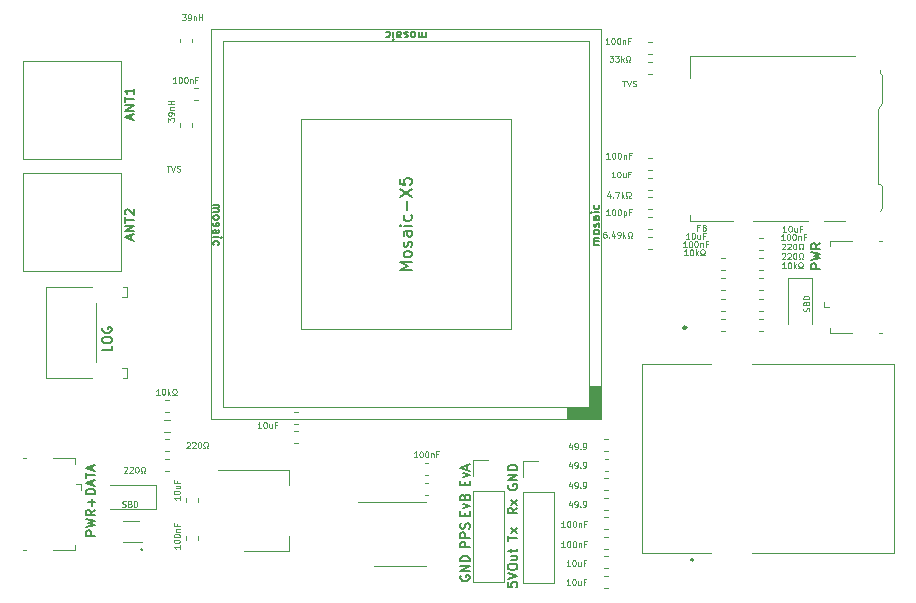
<source format=gbr>
%TF.GenerationSoftware,KiCad,Pcbnew,(6.0.9)*%
%TF.CreationDate,2023-03-02T15:05:35+09:00*%
%TF.ProjectId,mosaicBoard,6d6f7361-6963-4426-9f61-72642e6b6963,rev?*%
%TF.SameCoordinates,PX72eaf20PY14fb180*%
%TF.FileFunction,Legend,Top*%
%TF.FilePolarity,Positive*%
%FSLAX46Y46*%
G04 Gerber Fmt 4.6, Leading zero omitted, Abs format (unit mm)*
G04 Created by KiCad (PCBNEW (6.0.9)) date 2023-03-02 15:05:35*
%MOMM*%
%LPD*%
G01*
G04 APERTURE LIST*
%ADD10C,0.120000*%
%ADD11C,0.100000*%
%ADD12C,0.150000*%
%ADD13C,0.200000*%
%ADD14C,0.250000*%
G04 APERTURE END LIST*
D10*
X10300000Y-48050000D02*
G75*
G03*
X10300000Y-48050000I-100000J0D01*
G01*
D11*
G36*
X47040000Y-36980000D02*
G01*
X46220000Y-36980000D01*
X46220000Y-36050000D01*
X47040000Y-36050000D01*
X47040000Y-36980000D01*
G37*
X47040000Y-36980000D02*
X46220000Y-36980000D01*
X46220000Y-36050000D01*
X47040000Y-36050000D01*
X47040000Y-36980000D01*
G36*
X49110000Y-34500000D02*
G01*
X48100000Y-34500000D01*
X48100000Y-34190000D01*
X49110000Y-34190000D01*
X49110000Y-34500000D01*
G37*
X49110000Y-34500000D02*
X48100000Y-34500000D01*
X48100000Y-34190000D01*
X49110000Y-34190000D01*
X49110000Y-34500000D01*
G36*
X49100000Y-36970000D02*
G01*
X48090000Y-36970000D01*
X48090000Y-34440000D01*
X49100000Y-34440000D01*
X49100000Y-36970000D01*
G37*
X49100000Y-36970000D02*
X48090000Y-36970000D01*
X48090000Y-34440000D01*
X49100000Y-34440000D01*
X49100000Y-36970000D01*
G36*
X48410000Y-36960000D02*
G01*
X46550000Y-36960000D01*
X46550000Y-36010000D01*
X48410000Y-36010000D01*
X48410000Y-36960000D01*
G37*
X48410000Y-36960000D02*
X46550000Y-36960000D01*
X46550000Y-36010000D01*
X48410000Y-36010000D01*
X48410000Y-36960000D01*
D12*
X37542857Y-42573047D02*
X37542857Y-42306380D01*
X37961904Y-42192095D02*
X37961904Y-42573047D01*
X37161904Y-42573047D01*
X37161904Y-42192095D01*
X37428571Y-41925428D02*
X37961904Y-41734952D01*
X37428571Y-41544476D01*
X37733333Y-41277809D02*
X37733333Y-40896857D01*
X37961904Y-41354000D02*
X37161904Y-41087333D01*
X37961904Y-40820666D01*
X37542857Y-45170190D02*
X37542857Y-44903523D01*
X37961904Y-44789238D02*
X37961904Y-45170190D01*
X37161904Y-45170190D01*
X37161904Y-44789238D01*
X37428571Y-44522571D02*
X37961904Y-44332095D01*
X37428571Y-44141619D01*
X37542857Y-43570190D02*
X37580952Y-43455904D01*
X37619047Y-43417809D01*
X37695238Y-43379714D01*
X37809523Y-43379714D01*
X37885714Y-43417809D01*
X37923809Y-43455904D01*
X37961904Y-43532095D01*
X37961904Y-43836857D01*
X37161904Y-43836857D01*
X37161904Y-43570190D01*
X37200000Y-43494000D01*
X37238095Y-43455904D01*
X37314285Y-43417809D01*
X37390476Y-43417809D01*
X37466666Y-43455904D01*
X37504761Y-43494000D01*
X37542857Y-43570190D01*
X37542857Y-43836857D01*
X37961904Y-47824476D02*
X37161904Y-47824476D01*
X37161904Y-47519714D01*
X37200000Y-47443523D01*
X37238095Y-47405428D01*
X37314285Y-47367333D01*
X37428571Y-47367333D01*
X37504761Y-47405428D01*
X37542857Y-47443523D01*
X37580952Y-47519714D01*
X37580952Y-47824476D01*
X37961904Y-47024476D02*
X37161904Y-47024476D01*
X37161904Y-46719714D01*
X37200000Y-46643523D01*
X37238095Y-46605428D01*
X37314285Y-46567333D01*
X37428571Y-46567333D01*
X37504761Y-46605428D01*
X37542857Y-46643523D01*
X37580952Y-46719714D01*
X37580952Y-47024476D01*
X37923809Y-46262571D02*
X37961904Y-46148285D01*
X37961904Y-45957809D01*
X37923809Y-45881619D01*
X37885714Y-45843523D01*
X37809523Y-45805428D01*
X37733333Y-45805428D01*
X37657142Y-45843523D01*
X37619047Y-45881619D01*
X37580952Y-45957809D01*
X37542857Y-46110190D01*
X37504761Y-46186380D01*
X37466666Y-46224476D01*
X37390476Y-46262571D01*
X37314285Y-46262571D01*
X37238095Y-46224476D01*
X37200000Y-46186380D01*
X37161904Y-46110190D01*
X37161904Y-45919714D01*
X37200000Y-45805428D01*
X16263333Y-18836666D02*
X16730000Y-18836666D01*
X16663333Y-18836666D02*
X16696666Y-18870000D01*
X16730000Y-18936666D01*
X16730000Y-19036666D01*
X16696666Y-19103333D01*
X16630000Y-19136666D01*
X16263333Y-19136666D01*
X16630000Y-19136666D02*
X16696666Y-19170000D01*
X16730000Y-19236666D01*
X16730000Y-19336666D01*
X16696666Y-19403333D01*
X16630000Y-19436666D01*
X16263333Y-19436666D01*
X16263333Y-19870000D02*
X16296666Y-19803333D01*
X16330000Y-19770000D01*
X16396666Y-19736666D01*
X16596666Y-19736666D01*
X16663333Y-19770000D01*
X16696666Y-19803333D01*
X16730000Y-19870000D01*
X16730000Y-19970000D01*
X16696666Y-20036666D01*
X16663333Y-20070000D01*
X16596666Y-20103333D01*
X16396666Y-20103333D01*
X16330000Y-20070000D01*
X16296666Y-20036666D01*
X16263333Y-19970000D01*
X16263333Y-19870000D01*
X16296666Y-20370000D02*
X16263333Y-20436666D01*
X16263333Y-20570000D01*
X16296666Y-20636666D01*
X16363333Y-20670000D01*
X16396666Y-20670000D01*
X16463333Y-20636666D01*
X16496666Y-20570000D01*
X16496666Y-20470000D01*
X16530000Y-20403333D01*
X16596666Y-20370000D01*
X16630000Y-20370000D01*
X16696666Y-20403333D01*
X16730000Y-20470000D01*
X16730000Y-20570000D01*
X16696666Y-20636666D01*
X16263333Y-21270000D02*
X16630000Y-21270000D01*
X16696666Y-21236666D01*
X16730000Y-21170000D01*
X16730000Y-21036666D01*
X16696666Y-20970000D01*
X16296666Y-21270000D02*
X16263333Y-21203333D01*
X16263333Y-21036666D01*
X16296666Y-20970000D01*
X16363333Y-20936666D01*
X16430000Y-20936666D01*
X16496666Y-20970000D01*
X16530000Y-21036666D01*
X16530000Y-21203333D01*
X16563333Y-21270000D01*
X16263333Y-21603333D02*
X16730000Y-21603333D01*
X16963333Y-21603333D02*
X16930000Y-21570000D01*
X16896666Y-21603333D01*
X16930000Y-21636666D01*
X16963333Y-21603333D01*
X16896666Y-21603333D01*
X16296666Y-22236666D02*
X16263333Y-22170000D01*
X16263333Y-22036666D01*
X16296666Y-21970000D01*
X16330000Y-21936666D01*
X16396666Y-21903333D01*
X16596666Y-21903333D01*
X16663333Y-21936666D01*
X16696666Y-21970000D01*
X16730000Y-22036666D01*
X16730000Y-22170000D01*
X16696666Y-22236666D01*
D11*
X12304761Y-15526190D02*
X12590476Y-15526190D01*
X12447619Y-16026190D02*
X12447619Y-15526190D01*
X12685714Y-15526190D02*
X12852380Y-16026190D01*
X13019047Y-15526190D01*
X13161904Y-16002380D02*
X13233333Y-16026190D01*
X13352380Y-16026190D01*
X13400000Y-16002380D01*
X13423809Y-15978571D01*
X13447619Y-15930952D01*
X13447619Y-15883333D01*
X13423809Y-15835714D01*
X13400000Y-15811904D01*
X13352380Y-15788095D01*
X13257142Y-15764285D01*
X13209523Y-15740476D01*
X13185714Y-15716666D01*
X13161904Y-15669047D01*
X13161904Y-15621428D01*
X13185714Y-15573809D01*
X13209523Y-15550000D01*
X13257142Y-15526190D01*
X13376190Y-15526190D01*
X13447619Y-15550000D01*
X13607142Y-2726190D02*
X13916666Y-2726190D01*
X13750000Y-2916666D01*
X13821428Y-2916666D01*
X13869047Y-2940476D01*
X13892857Y-2964285D01*
X13916666Y-3011904D01*
X13916666Y-3130952D01*
X13892857Y-3178571D01*
X13869047Y-3202380D01*
X13821428Y-3226190D01*
X13678571Y-3226190D01*
X13630952Y-3202380D01*
X13607142Y-3178571D01*
X14154761Y-3226190D02*
X14250000Y-3226190D01*
X14297619Y-3202380D01*
X14321428Y-3178571D01*
X14369047Y-3107142D01*
X14392857Y-3011904D01*
X14392857Y-2821428D01*
X14369047Y-2773809D01*
X14345238Y-2750000D01*
X14297619Y-2726190D01*
X14202380Y-2726190D01*
X14154761Y-2750000D01*
X14130952Y-2773809D01*
X14107142Y-2821428D01*
X14107142Y-2940476D01*
X14130952Y-2988095D01*
X14154761Y-3011904D01*
X14202380Y-3035714D01*
X14297619Y-3035714D01*
X14345238Y-3011904D01*
X14369047Y-2988095D01*
X14392857Y-2940476D01*
X14607142Y-2892857D02*
X14607142Y-3226190D01*
X14607142Y-2940476D02*
X14630952Y-2916666D01*
X14678571Y-2892857D01*
X14750000Y-2892857D01*
X14797619Y-2916666D01*
X14821428Y-2964285D01*
X14821428Y-3226190D01*
X15059523Y-3226190D02*
X15059523Y-2726190D01*
X15059523Y-2964285D02*
X15345238Y-2964285D01*
X15345238Y-3226190D02*
X15345238Y-2726190D01*
X13126190Y-8526190D02*
X12840476Y-8526190D01*
X12983333Y-8526190D02*
X12983333Y-8026190D01*
X12935714Y-8097619D01*
X12888095Y-8145238D01*
X12840476Y-8169047D01*
X13435714Y-8026190D02*
X13483333Y-8026190D01*
X13530952Y-8050000D01*
X13554761Y-8073809D01*
X13578571Y-8121428D01*
X13602380Y-8216666D01*
X13602380Y-8335714D01*
X13578571Y-8430952D01*
X13554761Y-8478571D01*
X13530952Y-8502380D01*
X13483333Y-8526190D01*
X13435714Y-8526190D01*
X13388095Y-8502380D01*
X13364285Y-8478571D01*
X13340476Y-8430952D01*
X13316666Y-8335714D01*
X13316666Y-8216666D01*
X13340476Y-8121428D01*
X13364285Y-8073809D01*
X13388095Y-8050000D01*
X13435714Y-8026190D01*
X13911904Y-8026190D02*
X13959523Y-8026190D01*
X14007142Y-8050000D01*
X14030952Y-8073809D01*
X14054761Y-8121428D01*
X14078571Y-8216666D01*
X14078571Y-8335714D01*
X14054761Y-8430952D01*
X14030952Y-8478571D01*
X14007142Y-8502380D01*
X13959523Y-8526190D01*
X13911904Y-8526190D01*
X13864285Y-8502380D01*
X13840476Y-8478571D01*
X13816666Y-8430952D01*
X13792857Y-8335714D01*
X13792857Y-8216666D01*
X13816666Y-8121428D01*
X13840476Y-8073809D01*
X13864285Y-8050000D01*
X13911904Y-8026190D01*
X14292857Y-8192857D02*
X14292857Y-8526190D01*
X14292857Y-8240476D02*
X14316666Y-8216666D01*
X14364285Y-8192857D01*
X14435714Y-8192857D01*
X14483333Y-8216666D01*
X14507142Y-8264285D01*
X14507142Y-8526190D01*
X14911904Y-8264285D02*
X14745238Y-8264285D01*
X14745238Y-8526190D02*
X14745238Y-8026190D01*
X14983333Y-8026190D01*
X8557142Y-44402380D02*
X8628571Y-44426190D01*
X8747619Y-44426190D01*
X8795238Y-44402380D01*
X8819047Y-44378571D01*
X8842857Y-44330952D01*
X8842857Y-44283333D01*
X8819047Y-44235714D01*
X8795238Y-44211904D01*
X8747619Y-44188095D01*
X8652380Y-44164285D01*
X8604761Y-44140476D01*
X8580952Y-44116666D01*
X8557142Y-44069047D01*
X8557142Y-44021428D01*
X8580952Y-43973809D01*
X8604761Y-43950000D01*
X8652380Y-43926190D01*
X8771428Y-43926190D01*
X8842857Y-43950000D01*
X9223809Y-44164285D02*
X9295238Y-44188095D01*
X9319047Y-44211904D01*
X9342857Y-44259523D01*
X9342857Y-44330952D01*
X9319047Y-44378571D01*
X9295238Y-44402380D01*
X9247619Y-44426190D01*
X9057142Y-44426190D01*
X9057142Y-43926190D01*
X9223809Y-43926190D01*
X9271428Y-43950000D01*
X9295238Y-43973809D01*
X9319047Y-44021428D01*
X9319047Y-44069047D01*
X9295238Y-44116666D01*
X9271428Y-44140476D01*
X9223809Y-44164285D01*
X9057142Y-44164285D01*
X9557142Y-44426190D02*
X9557142Y-43926190D01*
X9676190Y-43926190D01*
X9747619Y-43950000D01*
X9795238Y-43997619D01*
X9819047Y-44045238D01*
X9842857Y-44140476D01*
X9842857Y-44211904D01*
X9819047Y-44307142D01*
X9795238Y-44354761D01*
X9747619Y-44402380D01*
X9676190Y-44426190D01*
X9557142Y-44426190D01*
D12*
X48926666Y-22243333D02*
X48460000Y-22243333D01*
X48526666Y-22243333D02*
X48493333Y-22210000D01*
X48460000Y-22143333D01*
X48460000Y-22043333D01*
X48493333Y-21976666D01*
X48560000Y-21943333D01*
X48926666Y-21943333D01*
X48560000Y-21943333D02*
X48493333Y-21910000D01*
X48460000Y-21843333D01*
X48460000Y-21743333D01*
X48493333Y-21676666D01*
X48560000Y-21643333D01*
X48926666Y-21643333D01*
X48926666Y-21210000D02*
X48893333Y-21276666D01*
X48860000Y-21310000D01*
X48793333Y-21343333D01*
X48593333Y-21343333D01*
X48526666Y-21310000D01*
X48493333Y-21276666D01*
X48460000Y-21210000D01*
X48460000Y-21110000D01*
X48493333Y-21043333D01*
X48526666Y-21010000D01*
X48593333Y-20976666D01*
X48793333Y-20976666D01*
X48860000Y-21010000D01*
X48893333Y-21043333D01*
X48926666Y-21110000D01*
X48926666Y-21210000D01*
X48893333Y-20710000D02*
X48926666Y-20643333D01*
X48926666Y-20510000D01*
X48893333Y-20443333D01*
X48826666Y-20410000D01*
X48793333Y-20410000D01*
X48726666Y-20443333D01*
X48693333Y-20510000D01*
X48693333Y-20610000D01*
X48660000Y-20676666D01*
X48593333Y-20710000D01*
X48560000Y-20710000D01*
X48493333Y-20676666D01*
X48460000Y-20610000D01*
X48460000Y-20510000D01*
X48493333Y-20443333D01*
X48926666Y-19810000D02*
X48560000Y-19810000D01*
X48493333Y-19843333D01*
X48460000Y-19910000D01*
X48460000Y-20043333D01*
X48493333Y-20110000D01*
X48893333Y-19810000D02*
X48926666Y-19876666D01*
X48926666Y-20043333D01*
X48893333Y-20110000D01*
X48826666Y-20143333D01*
X48760000Y-20143333D01*
X48693333Y-20110000D01*
X48660000Y-20043333D01*
X48660000Y-19876666D01*
X48626666Y-19810000D01*
X48926666Y-19476666D02*
X48460000Y-19476666D01*
X48226666Y-19476666D02*
X48260000Y-19510000D01*
X48293333Y-19476666D01*
X48260000Y-19443333D01*
X48226666Y-19476666D01*
X48293333Y-19476666D01*
X48893333Y-18843333D02*
X48926666Y-18910000D01*
X48926666Y-19043333D01*
X48893333Y-19110000D01*
X48860000Y-19143333D01*
X48793333Y-19176666D01*
X48593333Y-19176666D01*
X48526666Y-19143333D01*
X48493333Y-19110000D01*
X48460000Y-19043333D01*
X48460000Y-18910000D01*
X48493333Y-18843333D01*
D11*
X12426190Y-11792857D02*
X12426190Y-11483333D01*
X12616666Y-11650000D01*
X12616666Y-11578571D01*
X12640476Y-11530952D01*
X12664285Y-11507142D01*
X12711904Y-11483333D01*
X12830952Y-11483333D01*
X12878571Y-11507142D01*
X12902380Y-11530952D01*
X12926190Y-11578571D01*
X12926190Y-11721428D01*
X12902380Y-11769047D01*
X12878571Y-11792857D01*
X12926190Y-11245238D02*
X12926190Y-11150000D01*
X12902380Y-11102380D01*
X12878571Y-11078571D01*
X12807142Y-11030952D01*
X12711904Y-11007142D01*
X12521428Y-11007142D01*
X12473809Y-11030952D01*
X12450000Y-11054761D01*
X12426190Y-11102380D01*
X12426190Y-11197619D01*
X12450000Y-11245238D01*
X12473809Y-11269047D01*
X12521428Y-11292857D01*
X12640476Y-11292857D01*
X12688095Y-11269047D01*
X12711904Y-11245238D01*
X12735714Y-11197619D01*
X12735714Y-11102380D01*
X12711904Y-11054761D01*
X12688095Y-11030952D01*
X12640476Y-11007142D01*
X12592857Y-10792857D02*
X12926190Y-10792857D01*
X12640476Y-10792857D02*
X12616666Y-10769047D01*
X12592857Y-10721428D01*
X12592857Y-10650000D01*
X12616666Y-10602380D01*
X12664285Y-10578571D01*
X12926190Y-10578571D01*
X12926190Y-10340476D02*
X12426190Y-10340476D01*
X12664285Y-10340476D02*
X12664285Y-10054761D01*
X12926190Y-10054761D02*
X12426190Y-10054761D01*
X49776190Y-5226190D02*
X49490476Y-5226190D01*
X49633333Y-5226190D02*
X49633333Y-4726190D01*
X49585714Y-4797619D01*
X49538095Y-4845238D01*
X49490476Y-4869047D01*
X50085714Y-4726190D02*
X50133333Y-4726190D01*
X50180952Y-4750000D01*
X50204761Y-4773809D01*
X50228571Y-4821428D01*
X50252380Y-4916666D01*
X50252380Y-5035714D01*
X50228571Y-5130952D01*
X50204761Y-5178571D01*
X50180952Y-5202380D01*
X50133333Y-5226190D01*
X50085714Y-5226190D01*
X50038095Y-5202380D01*
X50014285Y-5178571D01*
X49990476Y-5130952D01*
X49966666Y-5035714D01*
X49966666Y-4916666D01*
X49990476Y-4821428D01*
X50014285Y-4773809D01*
X50038095Y-4750000D01*
X50085714Y-4726190D01*
X50561904Y-4726190D02*
X50609523Y-4726190D01*
X50657142Y-4750000D01*
X50680952Y-4773809D01*
X50704761Y-4821428D01*
X50728571Y-4916666D01*
X50728571Y-5035714D01*
X50704761Y-5130952D01*
X50680952Y-5178571D01*
X50657142Y-5202380D01*
X50609523Y-5226190D01*
X50561904Y-5226190D01*
X50514285Y-5202380D01*
X50490476Y-5178571D01*
X50466666Y-5130952D01*
X50442857Y-5035714D01*
X50442857Y-4916666D01*
X50466666Y-4821428D01*
X50490476Y-4773809D01*
X50514285Y-4750000D01*
X50561904Y-4726190D01*
X50942857Y-4892857D02*
X50942857Y-5226190D01*
X50942857Y-4940476D02*
X50966666Y-4916666D01*
X51014285Y-4892857D01*
X51085714Y-4892857D01*
X51133333Y-4916666D01*
X51157142Y-4964285D01*
X51157142Y-5226190D01*
X51561904Y-4964285D02*
X51395238Y-4964285D01*
X51395238Y-5226190D02*
X51395238Y-4726190D01*
X51633333Y-4726190D01*
X50904761Y-8326190D02*
X51190476Y-8326190D01*
X51047619Y-8826190D02*
X51047619Y-8326190D01*
X51285714Y-8326190D02*
X51452380Y-8826190D01*
X51619047Y-8326190D01*
X51761904Y-8802380D02*
X51833333Y-8826190D01*
X51952380Y-8826190D01*
X52000000Y-8802380D01*
X52023809Y-8778571D01*
X52047619Y-8730952D01*
X52047619Y-8683333D01*
X52023809Y-8635714D01*
X52000000Y-8611904D01*
X51952380Y-8588095D01*
X51857142Y-8564285D01*
X51809523Y-8540476D01*
X51785714Y-8516666D01*
X51761904Y-8469047D01*
X51761904Y-8421428D01*
X51785714Y-8373809D01*
X51809523Y-8350000D01*
X51857142Y-8326190D01*
X51976190Y-8326190D01*
X52047619Y-8350000D01*
D12*
X34253333Y-4173333D02*
X34253333Y-4640000D01*
X34253333Y-4573333D02*
X34220000Y-4606666D01*
X34153333Y-4640000D01*
X34053333Y-4640000D01*
X33986666Y-4606666D01*
X33953333Y-4540000D01*
X33953333Y-4173333D01*
X33953333Y-4540000D02*
X33920000Y-4606666D01*
X33853333Y-4640000D01*
X33753333Y-4640000D01*
X33686666Y-4606666D01*
X33653333Y-4540000D01*
X33653333Y-4173333D01*
X33220000Y-4173333D02*
X33286666Y-4206666D01*
X33320000Y-4240000D01*
X33353333Y-4306666D01*
X33353333Y-4506666D01*
X33320000Y-4573333D01*
X33286666Y-4606666D01*
X33220000Y-4640000D01*
X33120000Y-4640000D01*
X33053333Y-4606666D01*
X33020000Y-4573333D01*
X32986666Y-4506666D01*
X32986666Y-4306666D01*
X33020000Y-4240000D01*
X33053333Y-4206666D01*
X33120000Y-4173333D01*
X33220000Y-4173333D01*
X32720000Y-4206666D02*
X32653333Y-4173333D01*
X32520000Y-4173333D01*
X32453333Y-4206666D01*
X32420000Y-4273333D01*
X32420000Y-4306666D01*
X32453333Y-4373333D01*
X32520000Y-4406666D01*
X32620000Y-4406666D01*
X32686666Y-4440000D01*
X32720000Y-4506666D01*
X32720000Y-4540000D01*
X32686666Y-4606666D01*
X32620000Y-4640000D01*
X32520000Y-4640000D01*
X32453333Y-4606666D01*
X31820000Y-4173333D02*
X31820000Y-4540000D01*
X31853333Y-4606666D01*
X31920000Y-4640000D01*
X32053333Y-4640000D01*
X32120000Y-4606666D01*
X31820000Y-4206666D02*
X31886666Y-4173333D01*
X32053333Y-4173333D01*
X32120000Y-4206666D01*
X32153333Y-4273333D01*
X32153333Y-4340000D01*
X32120000Y-4406666D01*
X32053333Y-4440000D01*
X31886666Y-4440000D01*
X31820000Y-4473333D01*
X31486666Y-4173333D02*
X31486666Y-4640000D01*
X31486666Y-4873333D02*
X31520000Y-4840000D01*
X31486666Y-4806666D01*
X31453333Y-4840000D01*
X31486666Y-4873333D01*
X31486666Y-4806666D01*
X30853333Y-4206666D02*
X30920000Y-4173333D01*
X31053333Y-4173333D01*
X31120000Y-4206666D01*
X31153333Y-4240000D01*
X31186666Y-4306666D01*
X31186666Y-4506666D01*
X31153333Y-4573333D01*
X31120000Y-4606666D01*
X31053333Y-4640000D01*
X30920000Y-4640000D01*
X30853333Y-4606666D01*
D11*
X49807142Y-6222190D02*
X50116666Y-6222190D01*
X49950000Y-6412666D01*
X50021428Y-6412666D01*
X50069047Y-6436476D01*
X50092857Y-6460285D01*
X50116666Y-6507904D01*
X50116666Y-6626952D01*
X50092857Y-6674571D01*
X50069047Y-6698380D01*
X50021428Y-6722190D01*
X49878571Y-6722190D01*
X49830952Y-6698380D01*
X49807142Y-6674571D01*
X50283333Y-6222190D02*
X50592857Y-6222190D01*
X50426190Y-6412666D01*
X50497619Y-6412666D01*
X50545238Y-6436476D01*
X50569047Y-6460285D01*
X50592857Y-6507904D01*
X50592857Y-6626952D01*
X50569047Y-6674571D01*
X50545238Y-6698380D01*
X50497619Y-6722190D01*
X50354761Y-6722190D01*
X50307142Y-6698380D01*
X50283333Y-6674571D01*
X50807142Y-6722190D02*
X50807142Y-6222190D01*
X50854761Y-6531714D02*
X50997619Y-6722190D01*
X50997619Y-6388857D02*
X50807142Y-6579333D01*
X51188095Y-6722190D02*
X51307142Y-6722190D01*
X51307142Y-6626952D01*
X51259523Y-6603142D01*
X51211904Y-6555523D01*
X51188095Y-6484095D01*
X51188095Y-6365047D01*
X51211904Y-6293619D01*
X51259523Y-6246000D01*
X51330952Y-6222190D01*
X51426190Y-6222190D01*
X51497619Y-6246000D01*
X51545238Y-6293619D01*
X51569047Y-6365047D01*
X51569047Y-6484095D01*
X51545238Y-6555523D01*
X51497619Y-6603142D01*
X51450000Y-6626952D01*
X51450000Y-6722190D01*
X51569047Y-6722190D01*
X20315285Y-37750190D02*
X20029571Y-37750190D01*
X20172428Y-37750190D02*
X20172428Y-37250190D01*
X20124809Y-37321619D01*
X20077190Y-37369238D01*
X20029571Y-37393047D01*
X20624809Y-37250190D02*
X20672428Y-37250190D01*
X20720047Y-37274000D01*
X20743857Y-37297809D01*
X20767666Y-37345428D01*
X20791476Y-37440666D01*
X20791476Y-37559714D01*
X20767666Y-37654952D01*
X20743857Y-37702571D01*
X20720047Y-37726380D01*
X20672428Y-37750190D01*
X20624809Y-37750190D01*
X20577190Y-37726380D01*
X20553380Y-37702571D01*
X20529571Y-37654952D01*
X20505761Y-37559714D01*
X20505761Y-37440666D01*
X20529571Y-37345428D01*
X20553380Y-37297809D01*
X20577190Y-37274000D01*
X20624809Y-37250190D01*
X21220047Y-37416857D02*
X21220047Y-37750190D01*
X21005761Y-37416857D02*
X21005761Y-37678761D01*
X21029571Y-37726380D01*
X21077190Y-37750190D01*
X21148619Y-37750190D01*
X21196238Y-37726380D01*
X21220047Y-37702571D01*
X21624809Y-37488285D02*
X21458142Y-37488285D01*
X21458142Y-37750190D02*
X21458142Y-37250190D01*
X21696238Y-37250190D01*
D12*
X37200000Y-50237523D02*
X37161904Y-50313714D01*
X37161904Y-50428000D01*
X37200000Y-50542285D01*
X37276190Y-50618476D01*
X37352380Y-50656571D01*
X37504761Y-50694666D01*
X37619047Y-50694666D01*
X37771428Y-50656571D01*
X37847619Y-50618476D01*
X37923809Y-50542285D01*
X37961904Y-50428000D01*
X37961904Y-50351809D01*
X37923809Y-50237523D01*
X37885714Y-50199428D01*
X37619047Y-50199428D01*
X37619047Y-50351809D01*
X37961904Y-49856571D02*
X37161904Y-49856571D01*
X37961904Y-49399428D01*
X37161904Y-49399428D01*
X37961904Y-49018476D02*
X37161904Y-49018476D01*
X37161904Y-48828000D01*
X37200000Y-48713714D01*
X37276190Y-48637523D01*
X37352380Y-48599428D01*
X37504761Y-48561333D01*
X37619047Y-48561333D01*
X37771428Y-48599428D01*
X37847619Y-48637523D01*
X37923809Y-48713714D01*
X37961904Y-48828000D01*
X37961904Y-49018476D01*
X41234700Y-42554023D02*
X41196604Y-42630214D01*
X41196604Y-42744500D01*
X41234700Y-42858785D01*
X41310890Y-42934976D01*
X41387080Y-42973071D01*
X41539461Y-43011166D01*
X41653747Y-43011166D01*
X41806128Y-42973071D01*
X41882319Y-42934976D01*
X41958509Y-42858785D01*
X41996604Y-42744500D01*
X41996604Y-42668309D01*
X41958509Y-42554023D01*
X41920414Y-42515928D01*
X41653747Y-42515928D01*
X41653747Y-42668309D01*
X41996604Y-42173071D02*
X41196604Y-42173071D01*
X41996604Y-41715928D01*
X41196604Y-41715928D01*
X41996604Y-41334976D02*
X41196604Y-41334976D01*
X41196604Y-41144500D01*
X41234700Y-41030214D01*
X41310890Y-40954023D01*
X41387080Y-40915928D01*
X41539461Y-40877833D01*
X41653747Y-40877833D01*
X41806128Y-40915928D01*
X41882319Y-40954023D01*
X41958509Y-41030214D01*
X41996604Y-41144500D01*
X41996604Y-41334976D01*
X41996604Y-44497190D02*
X41615652Y-44763857D01*
X41996604Y-44954333D02*
X41196604Y-44954333D01*
X41196604Y-44649571D01*
X41234700Y-44573380D01*
X41272795Y-44535285D01*
X41348985Y-44497190D01*
X41463271Y-44497190D01*
X41539461Y-44535285D01*
X41577557Y-44573380D01*
X41615652Y-44649571D01*
X41615652Y-44954333D01*
X41996604Y-44230523D02*
X41463271Y-43811476D01*
X41463271Y-44230523D02*
X41996604Y-43811476D01*
X41196604Y-47302380D02*
X41196604Y-46845238D01*
X41996604Y-47073809D02*
X41196604Y-47073809D01*
X41996604Y-46654761D02*
X41463271Y-46235714D01*
X41463271Y-46654761D02*
X41996604Y-46235714D01*
X9333333Y-11595238D02*
X9333333Y-11214285D01*
X9561904Y-11671428D02*
X8761904Y-11404761D01*
X9561904Y-11138095D01*
X9561904Y-10871428D02*
X8761904Y-10871428D01*
X9561904Y-10414285D01*
X8761904Y-10414285D01*
X8761904Y-10147619D02*
X8761904Y-9690476D01*
X9561904Y-9919047D02*
X8761904Y-9919047D01*
X9561904Y-9004761D02*
X9561904Y-9461904D01*
X9561904Y-9233333D02*
X8761904Y-9233333D01*
X8876190Y-9309523D01*
X8952380Y-9385714D01*
X8990476Y-9461904D01*
X9333333Y-21795238D02*
X9333333Y-21414285D01*
X9561904Y-21871428D02*
X8761904Y-21604761D01*
X9561904Y-21338095D01*
X9561904Y-21071428D02*
X8761904Y-21071428D01*
X9561904Y-20614285D01*
X8761904Y-20614285D01*
X8761904Y-20347619D02*
X8761904Y-19890476D01*
X9561904Y-20119047D02*
X8761904Y-20119047D01*
X8838095Y-19661904D02*
X8800000Y-19623809D01*
X8761904Y-19547619D01*
X8761904Y-19357142D01*
X8800000Y-19280952D01*
X8838095Y-19242857D01*
X8914285Y-19204761D01*
X8990476Y-19204761D01*
X9104761Y-19242857D01*
X9561904Y-19700000D01*
X9561904Y-19204761D01*
D11*
X66702380Y-27842857D02*
X66726190Y-27771428D01*
X66726190Y-27652380D01*
X66702380Y-27604761D01*
X66678571Y-27580952D01*
X66630952Y-27557142D01*
X66583333Y-27557142D01*
X66535714Y-27580952D01*
X66511904Y-27604761D01*
X66488095Y-27652380D01*
X66464285Y-27747619D01*
X66440476Y-27795238D01*
X66416666Y-27819047D01*
X66369047Y-27842857D01*
X66321428Y-27842857D01*
X66273809Y-27819047D01*
X66250000Y-27795238D01*
X66226190Y-27747619D01*
X66226190Y-27628571D01*
X66250000Y-27557142D01*
X66464285Y-27176190D02*
X66488095Y-27104761D01*
X66511904Y-27080952D01*
X66559523Y-27057142D01*
X66630952Y-27057142D01*
X66678571Y-27080952D01*
X66702380Y-27104761D01*
X66726190Y-27152380D01*
X66726190Y-27342857D01*
X66226190Y-27342857D01*
X66226190Y-27176190D01*
X66250000Y-27128571D01*
X66273809Y-27104761D01*
X66321428Y-27080952D01*
X66369047Y-27080952D01*
X66416666Y-27104761D01*
X66440476Y-27128571D01*
X66464285Y-27176190D01*
X66464285Y-27342857D01*
X66726190Y-26842857D02*
X66226190Y-26842857D01*
X66226190Y-26723809D01*
X66250000Y-26652380D01*
X66297619Y-26604761D01*
X66345238Y-26580952D01*
X66440476Y-26557142D01*
X66511904Y-26557142D01*
X66607142Y-26580952D01*
X66654761Y-26604761D01*
X66702380Y-26652380D01*
X66726190Y-26723809D01*
X66726190Y-26842857D01*
X11716666Y-34926190D02*
X11430952Y-34926190D01*
X11573809Y-34926190D02*
X11573809Y-34426190D01*
X11526190Y-34497619D01*
X11478571Y-34545238D01*
X11430952Y-34569047D01*
X12026190Y-34426190D02*
X12073809Y-34426190D01*
X12121428Y-34450000D01*
X12145238Y-34473809D01*
X12169047Y-34521428D01*
X12192857Y-34616666D01*
X12192857Y-34735714D01*
X12169047Y-34830952D01*
X12145238Y-34878571D01*
X12121428Y-34902380D01*
X12073809Y-34926190D01*
X12026190Y-34926190D01*
X11978571Y-34902380D01*
X11954761Y-34878571D01*
X11930952Y-34830952D01*
X11907142Y-34735714D01*
X11907142Y-34616666D01*
X11930952Y-34521428D01*
X11954761Y-34473809D01*
X11978571Y-34450000D01*
X12026190Y-34426190D01*
X12407142Y-34926190D02*
X12407142Y-34426190D01*
X12454761Y-34735714D02*
X12597619Y-34926190D01*
X12597619Y-34592857D02*
X12407142Y-34783333D01*
X12788095Y-34926190D02*
X12907142Y-34926190D01*
X12907142Y-34830952D01*
X12859523Y-34807142D01*
X12811904Y-34759523D01*
X12788095Y-34688095D01*
X12788095Y-34569047D01*
X12811904Y-34497619D01*
X12859523Y-34450000D01*
X12930952Y-34426190D01*
X13026190Y-34426190D01*
X13097619Y-34450000D01*
X13145238Y-34497619D01*
X13169047Y-34569047D01*
X13169047Y-34688095D01*
X13145238Y-34759523D01*
X13097619Y-34807142D01*
X13050000Y-34830952D01*
X13050000Y-34926190D01*
X13169047Y-34926190D01*
X13995238Y-38973809D02*
X14019047Y-38950000D01*
X14066666Y-38926190D01*
X14185714Y-38926190D01*
X14233333Y-38950000D01*
X14257142Y-38973809D01*
X14280952Y-39021428D01*
X14280952Y-39069047D01*
X14257142Y-39140476D01*
X13971428Y-39426190D01*
X14280952Y-39426190D01*
X14471428Y-38973809D02*
X14495238Y-38950000D01*
X14542857Y-38926190D01*
X14661904Y-38926190D01*
X14709523Y-38950000D01*
X14733333Y-38973809D01*
X14757142Y-39021428D01*
X14757142Y-39069047D01*
X14733333Y-39140476D01*
X14447619Y-39426190D01*
X14757142Y-39426190D01*
X15066666Y-38926190D02*
X15114285Y-38926190D01*
X15161904Y-38950000D01*
X15185714Y-38973809D01*
X15209523Y-39021428D01*
X15233333Y-39116666D01*
X15233333Y-39235714D01*
X15209523Y-39330952D01*
X15185714Y-39378571D01*
X15161904Y-39402380D01*
X15114285Y-39426190D01*
X15066666Y-39426190D01*
X15019047Y-39402380D01*
X14995238Y-39378571D01*
X14971428Y-39330952D01*
X14947619Y-39235714D01*
X14947619Y-39116666D01*
X14971428Y-39021428D01*
X14995238Y-38973809D01*
X15019047Y-38950000D01*
X15066666Y-38926190D01*
X15423809Y-39426190D02*
X15542857Y-39426190D01*
X15542857Y-39330952D01*
X15495238Y-39307142D01*
X15447619Y-39259523D01*
X15423809Y-39188095D01*
X15423809Y-39069047D01*
X15447619Y-38997619D01*
X15495238Y-38950000D01*
X15566666Y-38926190D01*
X15661904Y-38926190D01*
X15733333Y-38950000D01*
X15780952Y-38997619D01*
X15804761Y-39069047D01*
X15804761Y-39188095D01*
X15780952Y-39259523D01*
X15733333Y-39307142D01*
X15685714Y-39330952D01*
X15685714Y-39426190D01*
X15804761Y-39426190D01*
X8695238Y-41073809D02*
X8719047Y-41050000D01*
X8766666Y-41026190D01*
X8885714Y-41026190D01*
X8933333Y-41050000D01*
X8957142Y-41073809D01*
X8980952Y-41121428D01*
X8980952Y-41169047D01*
X8957142Y-41240476D01*
X8671428Y-41526190D01*
X8980952Y-41526190D01*
X9171428Y-41073809D02*
X9195238Y-41050000D01*
X9242857Y-41026190D01*
X9361904Y-41026190D01*
X9409523Y-41050000D01*
X9433333Y-41073809D01*
X9457142Y-41121428D01*
X9457142Y-41169047D01*
X9433333Y-41240476D01*
X9147619Y-41526190D01*
X9457142Y-41526190D01*
X9766666Y-41026190D02*
X9814285Y-41026190D01*
X9861904Y-41050000D01*
X9885714Y-41073809D01*
X9909523Y-41121428D01*
X9933333Y-41216666D01*
X9933333Y-41335714D01*
X9909523Y-41430952D01*
X9885714Y-41478571D01*
X9861904Y-41502380D01*
X9814285Y-41526190D01*
X9766666Y-41526190D01*
X9719047Y-41502380D01*
X9695238Y-41478571D01*
X9671428Y-41430952D01*
X9647619Y-41335714D01*
X9647619Y-41216666D01*
X9671428Y-41121428D01*
X9695238Y-41073809D01*
X9719047Y-41050000D01*
X9766666Y-41026190D01*
X10123809Y-41526190D02*
X10242857Y-41526190D01*
X10242857Y-41430952D01*
X10195238Y-41407142D01*
X10147619Y-41359523D01*
X10123809Y-41288095D01*
X10123809Y-41169047D01*
X10147619Y-41097619D01*
X10195238Y-41050000D01*
X10266666Y-41026190D01*
X10361904Y-41026190D01*
X10433333Y-41050000D01*
X10480952Y-41097619D01*
X10504761Y-41169047D01*
X10504761Y-41288095D01*
X10480952Y-41359523D01*
X10433333Y-41407142D01*
X10385714Y-41430952D01*
X10385714Y-41526190D01*
X10504761Y-41526190D01*
X13426190Y-43535714D02*
X13426190Y-43821428D01*
X13426190Y-43678571D02*
X12926190Y-43678571D01*
X12997619Y-43726190D01*
X13045238Y-43773809D01*
X13069047Y-43821428D01*
X12926190Y-43226190D02*
X12926190Y-43178571D01*
X12950000Y-43130952D01*
X12973809Y-43107142D01*
X13021428Y-43083333D01*
X13116666Y-43059523D01*
X13235714Y-43059523D01*
X13330952Y-43083333D01*
X13378571Y-43107142D01*
X13402380Y-43130952D01*
X13426190Y-43178571D01*
X13426190Y-43226190D01*
X13402380Y-43273809D01*
X13378571Y-43297619D01*
X13330952Y-43321428D01*
X13235714Y-43345238D01*
X13116666Y-43345238D01*
X13021428Y-43321428D01*
X12973809Y-43297619D01*
X12950000Y-43273809D01*
X12926190Y-43226190D01*
X13092857Y-42630952D02*
X13426190Y-42630952D01*
X13092857Y-42845238D02*
X13354761Y-42845238D01*
X13402380Y-42821428D01*
X13426190Y-42773809D01*
X13426190Y-42702380D01*
X13402380Y-42654761D01*
X13378571Y-42630952D01*
X13164285Y-42226190D02*
X13164285Y-42392857D01*
X13426190Y-42392857D02*
X12926190Y-42392857D01*
X12926190Y-42154761D01*
X13426190Y-47673809D02*
X13426190Y-47959523D01*
X13426190Y-47816666D02*
X12926190Y-47816666D01*
X12997619Y-47864285D01*
X13045238Y-47911904D01*
X13069047Y-47959523D01*
X12926190Y-47364285D02*
X12926190Y-47316666D01*
X12950000Y-47269047D01*
X12973809Y-47245238D01*
X13021428Y-47221428D01*
X13116666Y-47197619D01*
X13235714Y-47197619D01*
X13330952Y-47221428D01*
X13378571Y-47245238D01*
X13402380Y-47269047D01*
X13426190Y-47316666D01*
X13426190Y-47364285D01*
X13402380Y-47411904D01*
X13378571Y-47435714D01*
X13330952Y-47459523D01*
X13235714Y-47483333D01*
X13116666Y-47483333D01*
X13021428Y-47459523D01*
X12973809Y-47435714D01*
X12950000Y-47411904D01*
X12926190Y-47364285D01*
X12926190Y-46888095D02*
X12926190Y-46840476D01*
X12950000Y-46792857D01*
X12973809Y-46769047D01*
X13021428Y-46745238D01*
X13116666Y-46721428D01*
X13235714Y-46721428D01*
X13330952Y-46745238D01*
X13378571Y-46769047D01*
X13402380Y-46792857D01*
X13426190Y-46840476D01*
X13426190Y-46888095D01*
X13402380Y-46935714D01*
X13378571Y-46959523D01*
X13330952Y-46983333D01*
X13235714Y-47007142D01*
X13116666Y-47007142D01*
X13021428Y-46983333D01*
X12973809Y-46959523D01*
X12950000Y-46935714D01*
X12926190Y-46888095D01*
X13092857Y-46507142D02*
X13426190Y-46507142D01*
X13140476Y-46507142D02*
X13116666Y-46483333D01*
X13092857Y-46435714D01*
X13092857Y-46364285D01*
X13116666Y-46316666D01*
X13164285Y-46292857D01*
X13426190Y-46292857D01*
X13164285Y-45888095D02*
X13164285Y-46054761D01*
X13426190Y-46054761D02*
X12926190Y-46054761D01*
X12926190Y-45816666D01*
X33526190Y-40226190D02*
X33240476Y-40226190D01*
X33383333Y-40226190D02*
X33383333Y-39726190D01*
X33335714Y-39797619D01*
X33288095Y-39845238D01*
X33240476Y-39869047D01*
X33835714Y-39726190D02*
X33883333Y-39726190D01*
X33930952Y-39750000D01*
X33954761Y-39773809D01*
X33978571Y-39821428D01*
X34002380Y-39916666D01*
X34002380Y-40035714D01*
X33978571Y-40130952D01*
X33954761Y-40178571D01*
X33930952Y-40202380D01*
X33883333Y-40226190D01*
X33835714Y-40226190D01*
X33788095Y-40202380D01*
X33764285Y-40178571D01*
X33740476Y-40130952D01*
X33716666Y-40035714D01*
X33716666Y-39916666D01*
X33740476Y-39821428D01*
X33764285Y-39773809D01*
X33788095Y-39750000D01*
X33835714Y-39726190D01*
X34311904Y-39726190D02*
X34359523Y-39726190D01*
X34407142Y-39750000D01*
X34430952Y-39773809D01*
X34454761Y-39821428D01*
X34478571Y-39916666D01*
X34478571Y-40035714D01*
X34454761Y-40130952D01*
X34430952Y-40178571D01*
X34407142Y-40202380D01*
X34359523Y-40226190D01*
X34311904Y-40226190D01*
X34264285Y-40202380D01*
X34240476Y-40178571D01*
X34216666Y-40130952D01*
X34192857Y-40035714D01*
X34192857Y-39916666D01*
X34216666Y-39821428D01*
X34240476Y-39773809D01*
X34264285Y-39750000D01*
X34311904Y-39726190D01*
X34692857Y-39892857D02*
X34692857Y-40226190D01*
X34692857Y-39940476D02*
X34716666Y-39916666D01*
X34764285Y-39892857D01*
X34835714Y-39892857D01*
X34883333Y-39916666D01*
X34907142Y-39964285D01*
X34907142Y-40226190D01*
X35311904Y-39964285D02*
X35145238Y-39964285D01*
X35145238Y-40226190D02*
X35145238Y-39726190D01*
X35383333Y-39726190D01*
X46600000Y-39192857D02*
X46600000Y-39526190D01*
X46480952Y-39002380D02*
X46361904Y-39359523D01*
X46671428Y-39359523D01*
X46885714Y-39526190D02*
X46980952Y-39526190D01*
X47028571Y-39502380D01*
X47052380Y-39478571D01*
X47100000Y-39407142D01*
X47123809Y-39311904D01*
X47123809Y-39121428D01*
X47100000Y-39073809D01*
X47076190Y-39050000D01*
X47028571Y-39026190D01*
X46933333Y-39026190D01*
X46885714Y-39050000D01*
X46861904Y-39073809D01*
X46838095Y-39121428D01*
X46838095Y-39240476D01*
X46861904Y-39288095D01*
X46885714Y-39311904D01*
X46933333Y-39335714D01*
X47028571Y-39335714D01*
X47076190Y-39311904D01*
X47100000Y-39288095D01*
X47123809Y-39240476D01*
X47338095Y-39478571D02*
X47361904Y-39502380D01*
X47338095Y-39526190D01*
X47314285Y-39502380D01*
X47338095Y-39478571D01*
X47338095Y-39526190D01*
X47600000Y-39526190D02*
X47695238Y-39526190D01*
X47742857Y-39502380D01*
X47766666Y-39478571D01*
X47814285Y-39407142D01*
X47838095Y-39311904D01*
X47838095Y-39121428D01*
X47814285Y-39073809D01*
X47790476Y-39050000D01*
X47742857Y-39026190D01*
X47647619Y-39026190D01*
X47600000Y-39050000D01*
X47576190Y-39073809D01*
X47552380Y-39121428D01*
X47552380Y-39240476D01*
X47576190Y-39288095D01*
X47600000Y-39311904D01*
X47647619Y-39335714D01*
X47742857Y-39335714D01*
X47790476Y-39311904D01*
X47814285Y-39288095D01*
X47838095Y-39240476D01*
X46600000Y-40792857D02*
X46600000Y-41126190D01*
X46480952Y-40602380D02*
X46361904Y-40959523D01*
X46671428Y-40959523D01*
X46885714Y-41126190D02*
X46980952Y-41126190D01*
X47028571Y-41102380D01*
X47052380Y-41078571D01*
X47100000Y-41007142D01*
X47123809Y-40911904D01*
X47123809Y-40721428D01*
X47100000Y-40673809D01*
X47076190Y-40650000D01*
X47028571Y-40626190D01*
X46933333Y-40626190D01*
X46885714Y-40650000D01*
X46861904Y-40673809D01*
X46838095Y-40721428D01*
X46838095Y-40840476D01*
X46861904Y-40888095D01*
X46885714Y-40911904D01*
X46933333Y-40935714D01*
X47028571Y-40935714D01*
X47076190Y-40911904D01*
X47100000Y-40888095D01*
X47123809Y-40840476D01*
X47338095Y-41078571D02*
X47361904Y-41102380D01*
X47338095Y-41126190D01*
X47314285Y-41102380D01*
X47338095Y-41078571D01*
X47338095Y-41126190D01*
X47600000Y-41126190D02*
X47695238Y-41126190D01*
X47742857Y-41102380D01*
X47766666Y-41078571D01*
X47814285Y-41007142D01*
X47838095Y-40911904D01*
X47838095Y-40721428D01*
X47814285Y-40673809D01*
X47790476Y-40650000D01*
X47742857Y-40626190D01*
X47647619Y-40626190D01*
X47600000Y-40650000D01*
X47576190Y-40673809D01*
X47552380Y-40721428D01*
X47552380Y-40840476D01*
X47576190Y-40888095D01*
X47600000Y-40911904D01*
X47647619Y-40935714D01*
X47742857Y-40935714D01*
X47790476Y-40911904D01*
X47814285Y-40888095D01*
X47838095Y-40840476D01*
X46600000Y-42492857D02*
X46600000Y-42826190D01*
X46480952Y-42302380D02*
X46361904Y-42659523D01*
X46671428Y-42659523D01*
X46885714Y-42826190D02*
X46980952Y-42826190D01*
X47028571Y-42802380D01*
X47052380Y-42778571D01*
X47100000Y-42707142D01*
X47123809Y-42611904D01*
X47123809Y-42421428D01*
X47100000Y-42373809D01*
X47076190Y-42350000D01*
X47028571Y-42326190D01*
X46933333Y-42326190D01*
X46885714Y-42350000D01*
X46861904Y-42373809D01*
X46838095Y-42421428D01*
X46838095Y-42540476D01*
X46861904Y-42588095D01*
X46885714Y-42611904D01*
X46933333Y-42635714D01*
X47028571Y-42635714D01*
X47076190Y-42611904D01*
X47100000Y-42588095D01*
X47123809Y-42540476D01*
X47338095Y-42778571D02*
X47361904Y-42802380D01*
X47338095Y-42826190D01*
X47314285Y-42802380D01*
X47338095Y-42778571D01*
X47338095Y-42826190D01*
X47600000Y-42826190D02*
X47695238Y-42826190D01*
X47742857Y-42802380D01*
X47766666Y-42778571D01*
X47814285Y-42707142D01*
X47838095Y-42611904D01*
X47838095Y-42421428D01*
X47814285Y-42373809D01*
X47790476Y-42350000D01*
X47742857Y-42326190D01*
X47647619Y-42326190D01*
X47600000Y-42350000D01*
X47576190Y-42373809D01*
X47552380Y-42421428D01*
X47552380Y-42540476D01*
X47576190Y-42588095D01*
X47600000Y-42611904D01*
X47647619Y-42635714D01*
X47742857Y-42635714D01*
X47790476Y-42611904D01*
X47814285Y-42588095D01*
X47838095Y-42540476D01*
X46600000Y-44092857D02*
X46600000Y-44426190D01*
X46480952Y-43902380D02*
X46361904Y-44259523D01*
X46671428Y-44259523D01*
X46885714Y-44426190D02*
X46980952Y-44426190D01*
X47028571Y-44402380D01*
X47052380Y-44378571D01*
X47100000Y-44307142D01*
X47123809Y-44211904D01*
X47123809Y-44021428D01*
X47100000Y-43973809D01*
X47076190Y-43950000D01*
X47028571Y-43926190D01*
X46933333Y-43926190D01*
X46885714Y-43950000D01*
X46861904Y-43973809D01*
X46838095Y-44021428D01*
X46838095Y-44140476D01*
X46861904Y-44188095D01*
X46885714Y-44211904D01*
X46933333Y-44235714D01*
X47028571Y-44235714D01*
X47076190Y-44211904D01*
X47100000Y-44188095D01*
X47123809Y-44140476D01*
X47338095Y-44378571D02*
X47361904Y-44402380D01*
X47338095Y-44426190D01*
X47314285Y-44402380D01*
X47338095Y-44378571D01*
X47338095Y-44426190D01*
X47600000Y-44426190D02*
X47695238Y-44426190D01*
X47742857Y-44402380D01*
X47766666Y-44378571D01*
X47814285Y-44307142D01*
X47838095Y-44211904D01*
X47838095Y-44021428D01*
X47814285Y-43973809D01*
X47790476Y-43950000D01*
X47742857Y-43926190D01*
X47647619Y-43926190D01*
X47600000Y-43950000D01*
X47576190Y-43973809D01*
X47552380Y-44021428D01*
X47552380Y-44140476D01*
X47576190Y-44188095D01*
X47600000Y-44211904D01*
X47647619Y-44235714D01*
X47742857Y-44235714D01*
X47790476Y-44211904D01*
X47814285Y-44188095D01*
X47838095Y-44140476D01*
X46026190Y-46126190D02*
X45740476Y-46126190D01*
X45883333Y-46126190D02*
X45883333Y-45626190D01*
X45835714Y-45697619D01*
X45788095Y-45745238D01*
X45740476Y-45769047D01*
X46335714Y-45626190D02*
X46383333Y-45626190D01*
X46430952Y-45650000D01*
X46454761Y-45673809D01*
X46478571Y-45721428D01*
X46502380Y-45816666D01*
X46502380Y-45935714D01*
X46478571Y-46030952D01*
X46454761Y-46078571D01*
X46430952Y-46102380D01*
X46383333Y-46126190D01*
X46335714Y-46126190D01*
X46288095Y-46102380D01*
X46264285Y-46078571D01*
X46240476Y-46030952D01*
X46216666Y-45935714D01*
X46216666Y-45816666D01*
X46240476Y-45721428D01*
X46264285Y-45673809D01*
X46288095Y-45650000D01*
X46335714Y-45626190D01*
X46811904Y-45626190D02*
X46859523Y-45626190D01*
X46907142Y-45650000D01*
X46930952Y-45673809D01*
X46954761Y-45721428D01*
X46978571Y-45816666D01*
X46978571Y-45935714D01*
X46954761Y-46030952D01*
X46930952Y-46078571D01*
X46907142Y-46102380D01*
X46859523Y-46126190D01*
X46811904Y-46126190D01*
X46764285Y-46102380D01*
X46740476Y-46078571D01*
X46716666Y-46030952D01*
X46692857Y-45935714D01*
X46692857Y-45816666D01*
X46716666Y-45721428D01*
X46740476Y-45673809D01*
X46764285Y-45650000D01*
X46811904Y-45626190D01*
X47192857Y-45792857D02*
X47192857Y-46126190D01*
X47192857Y-45840476D02*
X47216666Y-45816666D01*
X47264285Y-45792857D01*
X47335714Y-45792857D01*
X47383333Y-45816666D01*
X47407142Y-45864285D01*
X47407142Y-46126190D01*
X47811904Y-45864285D02*
X47645238Y-45864285D01*
X47645238Y-46126190D02*
X47645238Y-45626190D01*
X47883333Y-45626190D01*
X46026190Y-47826190D02*
X45740476Y-47826190D01*
X45883333Y-47826190D02*
X45883333Y-47326190D01*
X45835714Y-47397619D01*
X45788095Y-47445238D01*
X45740476Y-47469047D01*
X46335714Y-47326190D02*
X46383333Y-47326190D01*
X46430952Y-47350000D01*
X46454761Y-47373809D01*
X46478571Y-47421428D01*
X46502380Y-47516666D01*
X46502380Y-47635714D01*
X46478571Y-47730952D01*
X46454761Y-47778571D01*
X46430952Y-47802380D01*
X46383333Y-47826190D01*
X46335714Y-47826190D01*
X46288095Y-47802380D01*
X46264285Y-47778571D01*
X46240476Y-47730952D01*
X46216666Y-47635714D01*
X46216666Y-47516666D01*
X46240476Y-47421428D01*
X46264285Y-47373809D01*
X46288095Y-47350000D01*
X46335714Y-47326190D01*
X46811904Y-47326190D02*
X46859523Y-47326190D01*
X46907142Y-47350000D01*
X46930952Y-47373809D01*
X46954761Y-47421428D01*
X46978571Y-47516666D01*
X46978571Y-47635714D01*
X46954761Y-47730952D01*
X46930952Y-47778571D01*
X46907142Y-47802380D01*
X46859523Y-47826190D01*
X46811904Y-47826190D01*
X46764285Y-47802380D01*
X46740476Y-47778571D01*
X46716666Y-47730952D01*
X46692857Y-47635714D01*
X46692857Y-47516666D01*
X46716666Y-47421428D01*
X46740476Y-47373809D01*
X46764285Y-47350000D01*
X46811904Y-47326190D01*
X47192857Y-47492857D02*
X47192857Y-47826190D01*
X47192857Y-47540476D02*
X47216666Y-47516666D01*
X47264285Y-47492857D01*
X47335714Y-47492857D01*
X47383333Y-47516666D01*
X47407142Y-47564285D01*
X47407142Y-47826190D01*
X47811904Y-47564285D02*
X47645238Y-47564285D01*
X47645238Y-47826190D02*
X47645238Y-47326190D01*
X47883333Y-47326190D01*
X46464285Y-49426190D02*
X46178571Y-49426190D01*
X46321428Y-49426190D02*
X46321428Y-48926190D01*
X46273809Y-48997619D01*
X46226190Y-49045238D01*
X46178571Y-49069047D01*
X46773809Y-48926190D02*
X46821428Y-48926190D01*
X46869047Y-48950000D01*
X46892857Y-48973809D01*
X46916666Y-49021428D01*
X46940476Y-49116666D01*
X46940476Y-49235714D01*
X46916666Y-49330952D01*
X46892857Y-49378571D01*
X46869047Y-49402380D01*
X46821428Y-49426190D01*
X46773809Y-49426190D01*
X46726190Y-49402380D01*
X46702380Y-49378571D01*
X46678571Y-49330952D01*
X46654761Y-49235714D01*
X46654761Y-49116666D01*
X46678571Y-49021428D01*
X46702380Y-48973809D01*
X46726190Y-48950000D01*
X46773809Y-48926190D01*
X47369047Y-49092857D02*
X47369047Y-49426190D01*
X47154761Y-49092857D02*
X47154761Y-49354761D01*
X47178571Y-49402380D01*
X47226190Y-49426190D01*
X47297619Y-49426190D01*
X47345238Y-49402380D01*
X47369047Y-49378571D01*
X47773809Y-49164285D02*
X47607142Y-49164285D01*
X47607142Y-49426190D02*
X47607142Y-48926190D01*
X47845238Y-48926190D01*
X46464285Y-51026190D02*
X46178571Y-51026190D01*
X46321428Y-51026190D02*
X46321428Y-50526190D01*
X46273809Y-50597619D01*
X46226190Y-50645238D01*
X46178571Y-50669047D01*
X46773809Y-50526190D02*
X46821428Y-50526190D01*
X46869047Y-50550000D01*
X46892857Y-50573809D01*
X46916666Y-50621428D01*
X46940476Y-50716666D01*
X46940476Y-50835714D01*
X46916666Y-50930952D01*
X46892857Y-50978571D01*
X46869047Y-51002380D01*
X46821428Y-51026190D01*
X46773809Y-51026190D01*
X46726190Y-51002380D01*
X46702380Y-50978571D01*
X46678571Y-50930952D01*
X46654761Y-50835714D01*
X46654761Y-50716666D01*
X46678571Y-50621428D01*
X46702380Y-50573809D01*
X46726190Y-50550000D01*
X46773809Y-50526190D01*
X47369047Y-50692857D02*
X47369047Y-51026190D01*
X47154761Y-50692857D02*
X47154761Y-50954761D01*
X47178571Y-51002380D01*
X47226190Y-51026190D01*
X47297619Y-51026190D01*
X47345238Y-51002380D01*
X47369047Y-50978571D01*
X47773809Y-50764285D02*
X47607142Y-50764285D01*
X47607142Y-51026190D02*
X47607142Y-50526190D01*
X47845238Y-50526190D01*
X49826190Y-14926190D02*
X49540476Y-14926190D01*
X49683333Y-14926190D02*
X49683333Y-14426190D01*
X49635714Y-14497619D01*
X49588095Y-14545238D01*
X49540476Y-14569047D01*
X50135714Y-14426190D02*
X50183333Y-14426190D01*
X50230952Y-14450000D01*
X50254761Y-14473809D01*
X50278571Y-14521428D01*
X50302380Y-14616666D01*
X50302380Y-14735714D01*
X50278571Y-14830952D01*
X50254761Y-14878571D01*
X50230952Y-14902380D01*
X50183333Y-14926190D01*
X50135714Y-14926190D01*
X50088095Y-14902380D01*
X50064285Y-14878571D01*
X50040476Y-14830952D01*
X50016666Y-14735714D01*
X50016666Y-14616666D01*
X50040476Y-14521428D01*
X50064285Y-14473809D01*
X50088095Y-14450000D01*
X50135714Y-14426190D01*
X50611904Y-14426190D02*
X50659523Y-14426190D01*
X50707142Y-14450000D01*
X50730952Y-14473809D01*
X50754761Y-14521428D01*
X50778571Y-14616666D01*
X50778571Y-14735714D01*
X50754761Y-14830952D01*
X50730952Y-14878571D01*
X50707142Y-14902380D01*
X50659523Y-14926190D01*
X50611904Y-14926190D01*
X50564285Y-14902380D01*
X50540476Y-14878571D01*
X50516666Y-14830952D01*
X50492857Y-14735714D01*
X50492857Y-14616666D01*
X50516666Y-14521428D01*
X50540476Y-14473809D01*
X50564285Y-14450000D01*
X50611904Y-14426190D01*
X50992857Y-14592857D02*
X50992857Y-14926190D01*
X50992857Y-14640476D02*
X51016666Y-14616666D01*
X51064285Y-14592857D01*
X51135714Y-14592857D01*
X51183333Y-14616666D01*
X51207142Y-14664285D01*
X51207142Y-14926190D01*
X51611904Y-14664285D02*
X51445238Y-14664285D01*
X51445238Y-14926190D02*
X51445238Y-14426190D01*
X51683333Y-14426190D01*
X50264285Y-16526190D02*
X49978571Y-16526190D01*
X50121428Y-16526190D02*
X50121428Y-16026190D01*
X50073809Y-16097619D01*
X50026190Y-16145238D01*
X49978571Y-16169047D01*
X50573809Y-16026190D02*
X50621428Y-16026190D01*
X50669047Y-16050000D01*
X50692857Y-16073809D01*
X50716666Y-16121428D01*
X50740476Y-16216666D01*
X50740476Y-16335714D01*
X50716666Y-16430952D01*
X50692857Y-16478571D01*
X50669047Y-16502380D01*
X50621428Y-16526190D01*
X50573809Y-16526190D01*
X50526190Y-16502380D01*
X50502380Y-16478571D01*
X50478571Y-16430952D01*
X50454761Y-16335714D01*
X50454761Y-16216666D01*
X50478571Y-16121428D01*
X50502380Y-16073809D01*
X50526190Y-16050000D01*
X50573809Y-16026190D01*
X51169047Y-16192857D02*
X51169047Y-16526190D01*
X50954761Y-16192857D02*
X50954761Y-16454761D01*
X50978571Y-16502380D01*
X51026190Y-16526190D01*
X51097619Y-16526190D01*
X51145238Y-16502380D01*
X51169047Y-16478571D01*
X51573809Y-16264285D02*
X51407142Y-16264285D01*
X51407142Y-16526190D02*
X51407142Y-16026190D01*
X51645238Y-16026190D01*
X49850000Y-17892857D02*
X49850000Y-18226190D01*
X49730952Y-17702380D02*
X49611904Y-18059523D01*
X49921428Y-18059523D01*
X50111904Y-18178571D02*
X50135714Y-18202380D01*
X50111904Y-18226190D01*
X50088095Y-18202380D01*
X50111904Y-18178571D01*
X50111904Y-18226190D01*
X50302380Y-17726190D02*
X50635714Y-17726190D01*
X50421428Y-18226190D01*
X50826190Y-18226190D02*
X50826190Y-17726190D01*
X50873809Y-18035714D02*
X51016666Y-18226190D01*
X51016666Y-17892857D02*
X50826190Y-18083333D01*
X51207142Y-18226190D02*
X51326190Y-18226190D01*
X51326190Y-18130952D01*
X51278571Y-18107142D01*
X51230952Y-18059523D01*
X51207142Y-17988095D01*
X51207142Y-17869047D01*
X51230952Y-17797619D01*
X51278571Y-17750000D01*
X51350000Y-17726190D01*
X51445238Y-17726190D01*
X51516666Y-17750000D01*
X51564285Y-17797619D01*
X51588095Y-17869047D01*
X51588095Y-17988095D01*
X51564285Y-18059523D01*
X51516666Y-18107142D01*
X51469047Y-18130952D01*
X51469047Y-18226190D01*
X51588095Y-18226190D01*
X49826190Y-19726190D02*
X49540476Y-19726190D01*
X49683333Y-19726190D02*
X49683333Y-19226190D01*
X49635714Y-19297619D01*
X49588095Y-19345238D01*
X49540476Y-19369047D01*
X50135714Y-19226190D02*
X50183333Y-19226190D01*
X50230952Y-19250000D01*
X50254761Y-19273809D01*
X50278571Y-19321428D01*
X50302380Y-19416666D01*
X50302380Y-19535714D01*
X50278571Y-19630952D01*
X50254761Y-19678571D01*
X50230952Y-19702380D01*
X50183333Y-19726190D01*
X50135714Y-19726190D01*
X50088095Y-19702380D01*
X50064285Y-19678571D01*
X50040476Y-19630952D01*
X50016666Y-19535714D01*
X50016666Y-19416666D01*
X50040476Y-19321428D01*
X50064285Y-19273809D01*
X50088095Y-19250000D01*
X50135714Y-19226190D01*
X50611904Y-19226190D02*
X50659523Y-19226190D01*
X50707142Y-19250000D01*
X50730952Y-19273809D01*
X50754761Y-19321428D01*
X50778571Y-19416666D01*
X50778571Y-19535714D01*
X50754761Y-19630952D01*
X50730952Y-19678571D01*
X50707142Y-19702380D01*
X50659523Y-19726190D01*
X50611904Y-19726190D01*
X50564285Y-19702380D01*
X50540476Y-19678571D01*
X50516666Y-19630952D01*
X50492857Y-19535714D01*
X50492857Y-19416666D01*
X50516666Y-19321428D01*
X50540476Y-19273809D01*
X50564285Y-19250000D01*
X50611904Y-19226190D01*
X50992857Y-19392857D02*
X50992857Y-19892857D01*
X50992857Y-19416666D02*
X51040476Y-19392857D01*
X51135714Y-19392857D01*
X51183333Y-19416666D01*
X51207142Y-19440476D01*
X51230952Y-19488095D01*
X51230952Y-19630952D01*
X51207142Y-19678571D01*
X51183333Y-19702380D01*
X51135714Y-19726190D01*
X51040476Y-19726190D01*
X50992857Y-19702380D01*
X51611904Y-19464285D02*
X51445238Y-19464285D01*
X51445238Y-19726190D02*
X51445238Y-19226190D01*
X51683333Y-19226190D01*
X49511904Y-21126190D02*
X49416666Y-21126190D01*
X49369047Y-21150000D01*
X49345238Y-21173809D01*
X49297619Y-21245238D01*
X49273809Y-21340476D01*
X49273809Y-21530952D01*
X49297619Y-21578571D01*
X49321428Y-21602380D01*
X49369047Y-21626190D01*
X49464285Y-21626190D01*
X49511904Y-21602380D01*
X49535714Y-21578571D01*
X49559523Y-21530952D01*
X49559523Y-21411904D01*
X49535714Y-21364285D01*
X49511904Y-21340476D01*
X49464285Y-21316666D01*
X49369047Y-21316666D01*
X49321428Y-21340476D01*
X49297619Y-21364285D01*
X49273809Y-21411904D01*
X49773809Y-21578571D02*
X49797619Y-21602380D01*
X49773809Y-21626190D01*
X49750000Y-21602380D01*
X49773809Y-21578571D01*
X49773809Y-21626190D01*
X50226190Y-21292857D02*
X50226190Y-21626190D01*
X50107142Y-21102380D02*
X49988095Y-21459523D01*
X50297619Y-21459523D01*
X50511904Y-21626190D02*
X50607142Y-21626190D01*
X50654761Y-21602380D01*
X50678571Y-21578571D01*
X50726190Y-21507142D01*
X50750000Y-21411904D01*
X50750000Y-21221428D01*
X50726190Y-21173809D01*
X50702380Y-21150000D01*
X50654761Y-21126190D01*
X50559523Y-21126190D01*
X50511904Y-21150000D01*
X50488095Y-21173809D01*
X50464285Y-21221428D01*
X50464285Y-21340476D01*
X50488095Y-21388095D01*
X50511904Y-21411904D01*
X50559523Y-21435714D01*
X50654761Y-21435714D01*
X50702380Y-21411904D01*
X50726190Y-21388095D01*
X50750000Y-21340476D01*
X50964285Y-21626190D02*
X50964285Y-21126190D01*
X51011904Y-21435714D02*
X51154761Y-21626190D01*
X51154761Y-21292857D02*
X50964285Y-21483333D01*
X51345238Y-21626190D02*
X51464285Y-21626190D01*
X51464285Y-21530952D01*
X51416666Y-21507142D01*
X51369047Y-21459523D01*
X51345238Y-21388095D01*
X51345238Y-21269047D01*
X51369047Y-21197619D01*
X51416666Y-21150000D01*
X51488095Y-21126190D01*
X51583333Y-21126190D01*
X51654761Y-21150000D01*
X51702380Y-21197619D01*
X51726190Y-21269047D01*
X51726190Y-21388095D01*
X51702380Y-21459523D01*
X51654761Y-21507142D01*
X51607142Y-21530952D01*
X51607142Y-21626190D01*
X51726190Y-21626190D01*
X57421428Y-20764285D02*
X57254761Y-20764285D01*
X57254761Y-21026190D02*
X57254761Y-20526190D01*
X57492857Y-20526190D01*
X57850000Y-20764285D02*
X57921428Y-20788095D01*
X57945238Y-20811904D01*
X57969047Y-20859523D01*
X57969047Y-20930952D01*
X57945238Y-20978571D01*
X57921428Y-21002380D01*
X57873809Y-21026190D01*
X57683333Y-21026190D01*
X57683333Y-20526190D01*
X57850000Y-20526190D01*
X57897619Y-20550000D01*
X57921428Y-20573809D01*
X57945238Y-20621428D01*
X57945238Y-20669047D01*
X57921428Y-20716666D01*
X57897619Y-20740476D01*
X57850000Y-20764285D01*
X57683333Y-20764285D01*
X64764285Y-21126190D02*
X64478571Y-21126190D01*
X64621428Y-21126190D02*
X64621428Y-20626190D01*
X64573809Y-20697619D01*
X64526190Y-20745238D01*
X64478571Y-20769047D01*
X65073809Y-20626190D02*
X65121428Y-20626190D01*
X65169047Y-20650000D01*
X65192857Y-20673809D01*
X65216666Y-20721428D01*
X65240476Y-20816666D01*
X65240476Y-20935714D01*
X65216666Y-21030952D01*
X65192857Y-21078571D01*
X65169047Y-21102380D01*
X65121428Y-21126190D01*
X65073809Y-21126190D01*
X65026190Y-21102380D01*
X65002380Y-21078571D01*
X64978571Y-21030952D01*
X64954761Y-20935714D01*
X64954761Y-20816666D01*
X64978571Y-20721428D01*
X65002380Y-20673809D01*
X65026190Y-20650000D01*
X65073809Y-20626190D01*
X65669047Y-20792857D02*
X65669047Y-21126190D01*
X65454761Y-20792857D02*
X65454761Y-21054761D01*
X65478571Y-21102380D01*
X65526190Y-21126190D01*
X65597619Y-21126190D01*
X65645238Y-21102380D01*
X65669047Y-21078571D01*
X66073809Y-20864285D02*
X65907142Y-20864285D01*
X65907142Y-21126190D02*
X65907142Y-20626190D01*
X66145238Y-20626190D01*
X64626190Y-21826190D02*
X64340476Y-21826190D01*
X64483333Y-21826190D02*
X64483333Y-21326190D01*
X64435714Y-21397619D01*
X64388095Y-21445238D01*
X64340476Y-21469047D01*
X64935714Y-21326190D02*
X64983333Y-21326190D01*
X65030952Y-21350000D01*
X65054761Y-21373809D01*
X65078571Y-21421428D01*
X65102380Y-21516666D01*
X65102380Y-21635714D01*
X65078571Y-21730952D01*
X65054761Y-21778571D01*
X65030952Y-21802380D01*
X64983333Y-21826190D01*
X64935714Y-21826190D01*
X64888095Y-21802380D01*
X64864285Y-21778571D01*
X64840476Y-21730952D01*
X64816666Y-21635714D01*
X64816666Y-21516666D01*
X64840476Y-21421428D01*
X64864285Y-21373809D01*
X64888095Y-21350000D01*
X64935714Y-21326190D01*
X65411904Y-21326190D02*
X65459523Y-21326190D01*
X65507142Y-21350000D01*
X65530952Y-21373809D01*
X65554761Y-21421428D01*
X65578571Y-21516666D01*
X65578571Y-21635714D01*
X65554761Y-21730952D01*
X65530952Y-21778571D01*
X65507142Y-21802380D01*
X65459523Y-21826190D01*
X65411904Y-21826190D01*
X65364285Y-21802380D01*
X65340476Y-21778571D01*
X65316666Y-21730952D01*
X65292857Y-21635714D01*
X65292857Y-21516666D01*
X65316666Y-21421428D01*
X65340476Y-21373809D01*
X65364285Y-21350000D01*
X65411904Y-21326190D01*
X65792857Y-21492857D02*
X65792857Y-21826190D01*
X65792857Y-21540476D02*
X65816666Y-21516666D01*
X65864285Y-21492857D01*
X65935714Y-21492857D01*
X65983333Y-21516666D01*
X66007142Y-21564285D01*
X66007142Y-21826190D01*
X66411904Y-21564285D02*
X66245238Y-21564285D01*
X66245238Y-21826190D02*
X66245238Y-21326190D01*
X66483333Y-21326190D01*
X64395238Y-22173809D02*
X64419047Y-22150000D01*
X64466666Y-22126190D01*
X64585714Y-22126190D01*
X64633333Y-22150000D01*
X64657142Y-22173809D01*
X64680952Y-22221428D01*
X64680952Y-22269047D01*
X64657142Y-22340476D01*
X64371428Y-22626190D01*
X64680952Y-22626190D01*
X64871428Y-22173809D02*
X64895238Y-22150000D01*
X64942857Y-22126190D01*
X65061904Y-22126190D01*
X65109523Y-22150000D01*
X65133333Y-22173809D01*
X65157142Y-22221428D01*
X65157142Y-22269047D01*
X65133333Y-22340476D01*
X64847619Y-22626190D01*
X65157142Y-22626190D01*
X65466666Y-22126190D02*
X65514285Y-22126190D01*
X65561904Y-22150000D01*
X65585714Y-22173809D01*
X65609523Y-22221428D01*
X65633333Y-22316666D01*
X65633333Y-22435714D01*
X65609523Y-22530952D01*
X65585714Y-22578571D01*
X65561904Y-22602380D01*
X65514285Y-22626190D01*
X65466666Y-22626190D01*
X65419047Y-22602380D01*
X65395238Y-22578571D01*
X65371428Y-22530952D01*
X65347619Y-22435714D01*
X65347619Y-22316666D01*
X65371428Y-22221428D01*
X65395238Y-22173809D01*
X65419047Y-22150000D01*
X65466666Y-22126190D01*
X65823809Y-22626190D02*
X65942857Y-22626190D01*
X65942857Y-22530952D01*
X65895238Y-22507142D01*
X65847619Y-22459523D01*
X65823809Y-22388095D01*
X65823809Y-22269047D01*
X65847619Y-22197619D01*
X65895238Y-22150000D01*
X65966666Y-22126190D01*
X66061904Y-22126190D01*
X66133333Y-22150000D01*
X66180952Y-22197619D01*
X66204761Y-22269047D01*
X66204761Y-22388095D01*
X66180952Y-22459523D01*
X66133333Y-22507142D01*
X66085714Y-22530952D01*
X66085714Y-22626190D01*
X66204761Y-22626190D01*
X56416666Y-23126190D02*
X56130952Y-23126190D01*
X56273809Y-23126190D02*
X56273809Y-22626190D01*
X56226190Y-22697619D01*
X56178571Y-22745238D01*
X56130952Y-22769047D01*
X56726190Y-22626190D02*
X56773809Y-22626190D01*
X56821428Y-22650000D01*
X56845238Y-22673809D01*
X56869047Y-22721428D01*
X56892857Y-22816666D01*
X56892857Y-22935714D01*
X56869047Y-23030952D01*
X56845238Y-23078571D01*
X56821428Y-23102380D01*
X56773809Y-23126190D01*
X56726190Y-23126190D01*
X56678571Y-23102380D01*
X56654761Y-23078571D01*
X56630952Y-23030952D01*
X56607142Y-22935714D01*
X56607142Y-22816666D01*
X56630952Y-22721428D01*
X56654761Y-22673809D01*
X56678571Y-22650000D01*
X56726190Y-22626190D01*
X57107142Y-23126190D02*
X57107142Y-22626190D01*
X57154761Y-22935714D02*
X57297619Y-23126190D01*
X57297619Y-22792857D02*
X57107142Y-22983333D01*
X57488095Y-23126190D02*
X57607142Y-23126190D01*
X57607142Y-23030952D01*
X57559523Y-23007142D01*
X57511904Y-22959523D01*
X57488095Y-22888095D01*
X57488095Y-22769047D01*
X57511904Y-22697619D01*
X57559523Y-22650000D01*
X57630952Y-22626190D01*
X57726190Y-22626190D01*
X57797619Y-22650000D01*
X57845238Y-22697619D01*
X57869047Y-22769047D01*
X57869047Y-22888095D01*
X57845238Y-22959523D01*
X57797619Y-23007142D01*
X57750000Y-23030952D01*
X57750000Y-23126190D01*
X57869047Y-23126190D01*
X56564285Y-21726190D02*
X56278571Y-21726190D01*
X56421428Y-21726190D02*
X56421428Y-21226190D01*
X56373809Y-21297619D01*
X56326190Y-21345238D01*
X56278571Y-21369047D01*
X56873809Y-21226190D02*
X56921428Y-21226190D01*
X56969047Y-21250000D01*
X56992857Y-21273809D01*
X57016666Y-21321428D01*
X57040476Y-21416666D01*
X57040476Y-21535714D01*
X57016666Y-21630952D01*
X56992857Y-21678571D01*
X56969047Y-21702380D01*
X56921428Y-21726190D01*
X56873809Y-21726190D01*
X56826190Y-21702380D01*
X56802380Y-21678571D01*
X56778571Y-21630952D01*
X56754761Y-21535714D01*
X56754761Y-21416666D01*
X56778571Y-21321428D01*
X56802380Y-21273809D01*
X56826190Y-21250000D01*
X56873809Y-21226190D01*
X57469047Y-21392857D02*
X57469047Y-21726190D01*
X57254761Y-21392857D02*
X57254761Y-21654761D01*
X57278571Y-21702380D01*
X57326190Y-21726190D01*
X57397619Y-21726190D01*
X57445238Y-21702380D01*
X57469047Y-21678571D01*
X57873809Y-21464285D02*
X57707142Y-21464285D01*
X57707142Y-21726190D02*
X57707142Y-21226190D01*
X57945238Y-21226190D01*
X56326190Y-22426190D02*
X56040476Y-22426190D01*
X56183333Y-22426190D02*
X56183333Y-21926190D01*
X56135714Y-21997619D01*
X56088095Y-22045238D01*
X56040476Y-22069047D01*
X56635714Y-21926190D02*
X56683333Y-21926190D01*
X56730952Y-21950000D01*
X56754761Y-21973809D01*
X56778571Y-22021428D01*
X56802380Y-22116666D01*
X56802380Y-22235714D01*
X56778571Y-22330952D01*
X56754761Y-22378571D01*
X56730952Y-22402380D01*
X56683333Y-22426190D01*
X56635714Y-22426190D01*
X56588095Y-22402380D01*
X56564285Y-22378571D01*
X56540476Y-22330952D01*
X56516666Y-22235714D01*
X56516666Y-22116666D01*
X56540476Y-22021428D01*
X56564285Y-21973809D01*
X56588095Y-21950000D01*
X56635714Y-21926190D01*
X57111904Y-21926190D02*
X57159523Y-21926190D01*
X57207142Y-21950000D01*
X57230952Y-21973809D01*
X57254761Y-22021428D01*
X57278571Y-22116666D01*
X57278571Y-22235714D01*
X57254761Y-22330952D01*
X57230952Y-22378571D01*
X57207142Y-22402380D01*
X57159523Y-22426190D01*
X57111904Y-22426190D01*
X57064285Y-22402380D01*
X57040476Y-22378571D01*
X57016666Y-22330952D01*
X56992857Y-22235714D01*
X56992857Y-22116666D01*
X57016666Y-22021428D01*
X57040476Y-21973809D01*
X57064285Y-21950000D01*
X57111904Y-21926190D01*
X57492857Y-22092857D02*
X57492857Y-22426190D01*
X57492857Y-22140476D02*
X57516666Y-22116666D01*
X57564285Y-22092857D01*
X57635714Y-22092857D01*
X57683333Y-22116666D01*
X57707142Y-22164285D01*
X57707142Y-22426190D01*
X58111904Y-22164285D02*
X57945238Y-22164285D01*
X57945238Y-22426190D02*
X57945238Y-21926190D01*
X58183333Y-21926190D01*
X64395238Y-22973809D02*
X64419047Y-22950000D01*
X64466666Y-22926190D01*
X64585714Y-22926190D01*
X64633333Y-22950000D01*
X64657142Y-22973809D01*
X64680952Y-23021428D01*
X64680952Y-23069047D01*
X64657142Y-23140476D01*
X64371428Y-23426190D01*
X64680952Y-23426190D01*
X64871428Y-22973809D02*
X64895238Y-22950000D01*
X64942857Y-22926190D01*
X65061904Y-22926190D01*
X65109523Y-22950000D01*
X65133333Y-22973809D01*
X65157142Y-23021428D01*
X65157142Y-23069047D01*
X65133333Y-23140476D01*
X64847619Y-23426190D01*
X65157142Y-23426190D01*
X65466666Y-22926190D02*
X65514285Y-22926190D01*
X65561904Y-22950000D01*
X65585714Y-22973809D01*
X65609523Y-23021428D01*
X65633333Y-23116666D01*
X65633333Y-23235714D01*
X65609523Y-23330952D01*
X65585714Y-23378571D01*
X65561904Y-23402380D01*
X65514285Y-23426190D01*
X65466666Y-23426190D01*
X65419047Y-23402380D01*
X65395238Y-23378571D01*
X65371428Y-23330952D01*
X65347619Y-23235714D01*
X65347619Y-23116666D01*
X65371428Y-23021428D01*
X65395238Y-22973809D01*
X65419047Y-22950000D01*
X65466666Y-22926190D01*
X65823809Y-23426190D02*
X65942857Y-23426190D01*
X65942857Y-23330952D01*
X65895238Y-23307142D01*
X65847619Y-23259523D01*
X65823809Y-23188095D01*
X65823809Y-23069047D01*
X65847619Y-22997619D01*
X65895238Y-22950000D01*
X65966666Y-22926190D01*
X66061904Y-22926190D01*
X66133333Y-22950000D01*
X66180952Y-22997619D01*
X66204761Y-23069047D01*
X66204761Y-23188095D01*
X66180952Y-23259523D01*
X66133333Y-23307142D01*
X66085714Y-23330952D01*
X66085714Y-23426190D01*
X66204761Y-23426190D01*
X64716666Y-24226190D02*
X64430952Y-24226190D01*
X64573809Y-24226190D02*
X64573809Y-23726190D01*
X64526190Y-23797619D01*
X64478571Y-23845238D01*
X64430952Y-23869047D01*
X65026190Y-23726190D02*
X65073809Y-23726190D01*
X65121428Y-23750000D01*
X65145238Y-23773809D01*
X65169047Y-23821428D01*
X65192857Y-23916666D01*
X65192857Y-24035714D01*
X65169047Y-24130952D01*
X65145238Y-24178571D01*
X65121428Y-24202380D01*
X65073809Y-24226190D01*
X65026190Y-24226190D01*
X64978571Y-24202380D01*
X64954761Y-24178571D01*
X64930952Y-24130952D01*
X64907142Y-24035714D01*
X64907142Y-23916666D01*
X64930952Y-23821428D01*
X64954761Y-23773809D01*
X64978571Y-23750000D01*
X65026190Y-23726190D01*
X65407142Y-24226190D02*
X65407142Y-23726190D01*
X65454761Y-24035714D02*
X65597619Y-24226190D01*
X65597619Y-23892857D02*
X65407142Y-24083333D01*
X65788095Y-24226190D02*
X65907142Y-24226190D01*
X65907142Y-24130952D01*
X65859523Y-24107142D01*
X65811904Y-24059523D01*
X65788095Y-23988095D01*
X65788095Y-23869047D01*
X65811904Y-23797619D01*
X65859523Y-23750000D01*
X65930952Y-23726190D01*
X66026190Y-23726190D01*
X66097619Y-23750000D01*
X66145238Y-23797619D01*
X66169047Y-23869047D01*
X66169047Y-23988095D01*
X66145238Y-24059523D01*
X66097619Y-24107142D01*
X66050000Y-24130952D01*
X66050000Y-24226190D01*
X66169047Y-24226190D01*
D12*
X7661904Y-30771428D02*
X7661904Y-31152380D01*
X6861904Y-31152380D01*
X6861904Y-30352380D02*
X6861904Y-30200000D01*
X6900000Y-30123809D01*
X6976190Y-30047619D01*
X7128571Y-30009523D01*
X7395238Y-30009523D01*
X7547619Y-30047619D01*
X7623809Y-30123809D01*
X7661904Y-30200000D01*
X7661904Y-30352380D01*
X7623809Y-30428571D01*
X7547619Y-30504761D01*
X7395238Y-30542857D01*
X7128571Y-30542857D01*
X6976190Y-30504761D01*
X6900000Y-30428571D01*
X6861904Y-30352380D01*
X6900000Y-29247619D02*
X6861904Y-29323809D01*
X6861904Y-29438095D01*
X6900000Y-29552380D01*
X6976190Y-29628571D01*
X7052380Y-29666666D01*
X7204761Y-29704761D01*
X7319047Y-29704761D01*
X7471428Y-29666666D01*
X7547619Y-29628571D01*
X7623809Y-29552380D01*
X7661904Y-29438095D01*
X7661904Y-29361904D01*
X7623809Y-29247619D01*
X7585714Y-29209523D01*
X7319047Y-29209523D01*
X7319047Y-29361904D01*
X6261904Y-46852380D02*
X5461904Y-46852380D01*
X5461904Y-46547619D01*
X5500000Y-46471428D01*
X5538095Y-46433333D01*
X5614285Y-46395238D01*
X5728571Y-46395238D01*
X5804761Y-46433333D01*
X5842857Y-46471428D01*
X5880952Y-46547619D01*
X5880952Y-46852380D01*
X5461904Y-46128571D02*
X6261904Y-45938095D01*
X5690476Y-45785714D01*
X6261904Y-45633333D01*
X5461904Y-45442857D01*
X6261904Y-44680952D02*
X5880952Y-44947619D01*
X6261904Y-45138095D02*
X5461904Y-45138095D01*
X5461904Y-44833333D01*
X5500000Y-44757142D01*
X5538095Y-44719047D01*
X5614285Y-44680952D01*
X5728571Y-44680952D01*
X5804761Y-44719047D01*
X5842857Y-44757142D01*
X5880952Y-44833333D01*
X5880952Y-45138095D01*
X5957142Y-44338095D02*
X5957142Y-43728571D01*
X6261904Y-44033333D02*
X5652380Y-44033333D01*
X6261904Y-43347619D02*
X5461904Y-43347619D01*
X5461904Y-43157142D01*
X5500000Y-43042857D01*
X5576190Y-42966666D01*
X5652380Y-42928571D01*
X5804761Y-42890476D01*
X5919047Y-42890476D01*
X6071428Y-42928571D01*
X6147619Y-42966666D01*
X6223809Y-43042857D01*
X6261904Y-43157142D01*
X6261904Y-43347619D01*
X6033333Y-42585714D02*
X6033333Y-42204761D01*
X6261904Y-42661904D02*
X5461904Y-42395238D01*
X6261904Y-42128571D01*
X5461904Y-41976190D02*
X5461904Y-41519047D01*
X6261904Y-41747619D02*
X5461904Y-41747619D01*
X6033333Y-41290476D02*
X6033333Y-40909523D01*
X6261904Y-41366666D02*
X5461904Y-41100000D01*
X6261904Y-40833333D01*
X67661904Y-24266666D02*
X66861904Y-24266666D01*
X66861904Y-23961904D01*
X66900000Y-23885714D01*
X66938095Y-23847619D01*
X67014285Y-23809523D01*
X67128571Y-23809523D01*
X67204761Y-23847619D01*
X67242857Y-23885714D01*
X67280952Y-23961904D01*
X67280952Y-24266666D01*
X66861904Y-23542857D02*
X67661904Y-23352380D01*
X67090476Y-23200000D01*
X67661904Y-23047619D01*
X66861904Y-22857142D01*
X67661904Y-22095238D02*
X67280952Y-22361904D01*
X67661904Y-22552380D02*
X66861904Y-22552380D01*
X66861904Y-22247619D01*
X66900000Y-22171428D01*
X66938095Y-22133333D01*
X67014285Y-22095238D01*
X67128571Y-22095238D01*
X67204761Y-22133333D01*
X67242857Y-22171428D01*
X67280952Y-22247619D01*
X67280952Y-22552380D01*
X41186904Y-50786904D02*
X41186904Y-51167857D01*
X41567857Y-51205952D01*
X41529761Y-51167857D01*
X41491666Y-51091666D01*
X41491666Y-50901190D01*
X41529761Y-50825000D01*
X41567857Y-50786904D01*
X41644047Y-50748809D01*
X41834523Y-50748809D01*
X41910714Y-50786904D01*
X41948809Y-50825000D01*
X41986904Y-50901190D01*
X41986904Y-51091666D01*
X41948809Y-51167857D01*
X41910714Y-51205952D01*
X41186904Y-50520238D02*
X41986904Y-50253571D01*
X41186904Y-49986904D01*
X41186904Y-49567857D02*
X41186904Y-49415476D01*
X41225000Y-49339285D01*
X41301190Y-49263095D01*
X41453571Y-49225000D01*
X41720238Y-49225000D01*
X41872619Y-49263095D01*
X41948809Y-49339285D01*
X41986904Y-49415476D01*
X41986904Y-49567857D01*
X41948809Y-49644047D01*
X41872619Y-49720238D01*
X41720238Y-49758333D01*
X41453571Y-49758333D01*
X41301190Y-49720238D01*
X41225000Y-49644047D01*
X41186904Y-49567857D01*
X41453571Y-48539285D02*
X41986904Y-48539285D01*
X41453571Y-48882142D02*
X41872619Y-48882142D01*
X41948809Y-48844047D01*
X41986904Y-48767857D01*
X41986904Y-48653571D01*
X41948809Y-48577380D01*
X41910714Y-48539285D01*
X41453571Y-48272619D02*
X41453571Y-47967857D01*
X41186904Y-48158333D02*
X41872619Y-48158333D01*
X41948809Y-48120238D01*
X41986904Y-48044047D01*
X41986904Y-47967857D01*
%TO.C,U1*%
X33052380Y-24380952D02*
X32052380Y-24380952D01*
X32766666Y-24047619D01*
X32052380Y-23714285D01*
X33052380Y-23714285D01*
X33052380Y-23095238D02*
X33004761Y-23190476D01*
X32957142Y-23238095D01*
X32861904Y-23285714D01*
X32576190Y-23285714D01*
X32480952Y-23238095D01*
X32433333Y-23190476D01*
X32385714Y-23095238D01*
X32385714Y-22952380D01*
X32433333Y-22857142D01*
X32480952Y-22809523D01*
X32576190Y-22761904D01*
X32861904Y-22761904D01*
X32957142Y-22809523D01*
X33004761Y-22857142D01*
X33052380Y-22952380D01*
X33052380Y-23095238D01*
X33004761Y-22380952D02*
X33052380Y-22285714D01*
X33052380Y-22095238D01*
X33004761Y-22000000D01*
X32909523Y-21952380D01*
X32861904Y-21952380D01*
X32766666Y-22000000D01*
X32719047Y-22095238D01*
X32719047Y-22238095D01*
X32671428Y-22333333D01*
X32576190Y-22380952D01*
X32528571Y-22380952D01*
X32433333Y-22333333D01*
X32385714Y-22238095D01*
X32385714Y-22095238D01*
X32433333Y-22000000D01*
X33052380Y-21095238D02*
X32528571Y-21095238D01*
X32433333Y-21142857D01*
X32385714Y-21238095D01*
X32385714Y-21428571D01*
X32433333Y-21523809D01*
X33004761Y-21095238D02*
X33052380Y-21190476D01*
X33052380Y-21428571D01*
X33004761Y-21523809D01*
X32909523Y-21571428D01*
X32814285Y-21571428D01*
X32719047Y-21523809D01*
X32671428Y-21428571D01*
X32671428Y-21190476D01*
X32623809Y-21095238D01*
X33052380Y-20619047D02*
X32385714Y-20619047D01*
X32052380Y-20619047D02*
X32100000Y-20666666D01*
X32147619Y-20619047D01*
X32100000Y-20571428D01*
X32052380Y-20619047D01*
X32147619Y-20619047D01*
X33004761Y-19714285D02*
X33052380Y-19809523D01*
X33052380Y-20000000D01*
X33004761Y-20095238D01*
X32957142Y-20142857D01*
X32861904Y-20190476D01*
X32576190Y-20190476D01*
X32480952Y-20142857D01*
X32433333Y-20095238D01*
X32385714Y-20000000D01*
X32385714Y-19809523D01*
X32433333Y-19714285D01*
X32671428Y-19285714D02*
X32671428Y-18523809D01*
X32052380Y-18142857D02*
X33052380Y-17476190D01*
X32052380Y-17476190D02*
X33052380Y-18142857D01*
X32052380Y-16619047D02*
X32052380Y-17095238D01*
X32528571Y-17142857D01*
X32480952Y-17095238D01*
X32433333Y-17000000D01*
X32433333Y-16761904D01*
X32480952Y-16666666D01*
X32528571Y-16619047D01*
X32623809Y-16571428D01*
X32861904Y-16571428D01*
X32957142Y-16619047D01*
X33004761Y-16666666D01*
X33052380Y-16761904D01*
X33052380Y-17000000D01*
X33004761Y-17095238D01*
X32957142Y-17142857D01*
D10*
%TO.C,C1*%
X14947500Y-46861721D02*
X14947500Y-47187279D01*
X13927500Y-46861721D02*
X13927500Y-47187279D01*
%TO.C,R2*%
X62496621Y-26084200D02*
X62822179Y-26084200D01*
X62496621Y-25064200D02*
X62822179Y-25064200D01*
%TO.C,R4*%
X12179221Y-41375000D02*
X12504779Y-41375000D01*
X12179221Y-40355000D02*
X12504779Y-40355000D01*
%TO.C,C5*%
X34149721Y-43407000D02*
X34475279Y-43407000D01*
X34149721Y-42387000D02*
X34475279Y-42387000D01*
%TO.C,C2*%
X14947500Y-44012279D02*
X14947500Y-43686721D01*
X13927500Y-44012279D02*
X13927500Y-43686721D01*
%TO.C,C10*%
X62496621Y-21635200D02*
X62822179Y-21635200D01*
X62496621Y-22655200D02*
X62822179Y-22655200D01*
%TO.C,C12*%
X62496621Y-23362400D02*
X62822179Y-23362400D01*
X62496621Y-24382400D02*
X62822179Y-24382400D01*
%TO.C,C13*%
X59254721Y-26793200D02*
X59580279Y-26793200D01*
X59254721Y-27813200D02*
X59580279Y-27813200D01*
%TO.C,C14*%
X49364721Y-46959000D02*
X49690279Y-46959000D01*
X49364721Y-47979000D02*
X49690279Y-47979000D01*
%TO.C,C15*%
X59245421Y-26084200D02*
X59570979Y-26084200D01*
X59245421Y-25064200D02*
X59570979Y-25064200D01*
%TO.C,C16*%
X49364721Y-45308000D02*
X49690279Y-45308000D01*
X49364721Y-46328000D02*
X49690279Y-46328000D01*
%TO.C,FB1*%
X59570979Y-23362400D02*
X59245421Y-23362400D01*
X59570979Y-24382400D02*
X59245421Y-24382400D01*
D11*
%TO.C,J9*%
X52600000Y-48300000D02*
X52600000Y-32300000D01*
X52600000Y-32300000D02*
X58400000Y-32300000D01*
D13*
X56700000Y-48900000D02*
X56700000Y-48900000D01*
D11*
X61900000Y-48300000D02*
X73900000Y-48300000D01*
D13*
X56900000Y-48900000D02*
X56900000Y-48900000D01*
D11*
X73900000Y-32300000D02*
X61900000Y-32300000D01*
X58400000Y-48300000D02*
X52600000Y-48300000D01*
X73900000Y-48300000D02*
X73900000Y-32300000D01*
D13*
X56700000Y-48900000D02*
G75*
G03*
X56900000Y-48900000I100000J0D01*
G01*
X56900000Y-48900000D02*
G75*
G03*
X56700000Y-48900000I-100000J0D01*
G01*
D10*
%TO.C,R10*%
X49364721Y-43657000D02*
X49690279Y-43657000D01*
X49364721Y-44677000D02*
X49690279Y-44677000D01*
%TO.C,R14*%
X62496621Y-29537400D02*
X62822179Y-29537400D01*
X62496621Y-28517400D02*
X62822179Y-28517400D01*
%TO.C,J5*%
X38215500Y-43087500D02*
X38215500Y-50767500D01*
X38215500Y-41817500D02*
X38215500Y-40487500D01*
X38215500Y-40487500D02*
X39545500Y-40487500D01*
X40875500Y-43087500D02*
X40875500Y-50767500D01*
X38215500Y-50767500D02*
X40875500Y-50767500D01*
X38215500Y-43087500D02*
X40875500Y-43087500D01*
%TO.C,FL1*%
X8600000Y-47410000D02*
X10190000Y-47410000D01*
X8600000Y-45590000D02*
X10000000Y-45590000D01*
%TO.C,SW1*%
X8920000Y-26670000D02*
X8570000Y-26670000D01*
X2130000Y-33520000D02*
X5980000Y-33520000D01*
X8620000Y-33520000D02*
X8920000Y-33520000D01*
X8920000Y-25780000D02*
X8920000Y-26670000D01*
X8920000Y-32630000D02*
X8570000Y-32630000D01*
X8920000Y-32630000D02*
X8920000Y-33520000D01*
X8620000Y-25780000D02*
X8920000Y-25780000D01*
X6370000Y-32140000D02*
X6370000Y-27160000D01*
X2130000Y-25780000D02*
X2130000Y-33520000D01*
X5980000Y-25780000D02*
X2130000Y-25780000D01*
%TO.C,L1*%
X13440000Y-4774721D02*
X13440000Y-5100279D01*
X14460000Y-4774721D02*
X14460000Y-5100279D01*
%TO.C,L2*%
X14480000Y-11929721D02*
X14480000Y-12255279D01*
X13460000Y-11929721D02*
X13460000Y-12255279D01*
%TO.C,C3*%
X14604721Y-8930000D02*
X14930279Y-8930000D01*
X14604721Y-9950000D02*
X14930279Y-9950000D01*
%TO.C,C6*%
X23124721Y-37410000D02*
X23450279Y-37410000D01*
X23124721Y-36390000D02*
X23450279Y-36390000D01*
%TO.C,C7*%
X23087221Y-37990000D02*
X23412779Y-37990000D01*
X23087221Y-39010000D02*
X23412779Y-39010000D01*
%TO.C,D1*%
X11450000Y-44600000D02*
X11450000Y-42600000D01*
X11450000Y-44600000D02*
X7550000Y-44600000D01*
X11450000Y-42600000D02*
X7550000Y-42600000D01*
%TO.C,U1*%
X23710000Y-29390000D02*
X23710000Y-11610000D01*
X23710000Y-11610000D02*
X41490000Y-11610000D01*
X49110000Y-3990000D02*
X16090000Y-3990000D01*
X17100000Y-36000000D02*
X17100000Y-5000000D01*
X48100000Y-36000000D02*
X48100000Y-5000000D01*
X48100000Y-36000000D02*
X17100000Y-36000000D01*
X41490000Y-11610000D02*
X41490000Y-29390000D01*
X16090000Y-3990000D02*
X16090000Y-37010000D01*
X49110000Y-37010000D02*
X49110000Y-3990000D01*
X16090000Y-37010000D02*
X49110000Y-37010000D01*
X48100000Y-5000000D02*
X17100000Y-5000000D01*
X41490000Y-29390000D02*
X23710000Y-29390000D01*
%TO.C,J10*%
X67941500Y-27500000D02*
X68391500Y-27500000D01*
X72891500Y-21900000D02*
X72641500Y-21900000D01*
X68491500Y-29700000D02*
X68491500Y-29250000D01*
X68491500Y-21900000D02*
X68491500Y-22350000D01*
X72891500Y-29700000D02*
X72641500Y-29700000D01*
X67941500Y-27500000D02*
X67941500Y-27050000D01*
X70341500Y-29700000D02*
X68491500Y-29700000D01*
X70341500Y-21900000D02*
X68491500Y-21900000D01*
%TO.C,U2*%
X16649000Y-41328500D02*
X22659000Y-41328500D01*
X22659000Y-48148500D02*
X22659000Y-46888500D01*
X18899000Y-48148500D02*
X22659000Y-48148500D01*
X22659000Y-41328500D02*
X22659000Y-42588500D01*
%TO.C,U3*%
X32090500Y-49442000D02*
X29890500Y-49442000D01*
X32090500Y-49442000D02*
X34290500Y-49442000D01*
X32090500Y-43972000D02*
X34290500Y-43972000D01*
X32090500Y-43972000D02*
X28490500Y-43972000D01*
%TO.C,C4*%
X34149721Y-41710000D02*
X34475279Y-41710000D01*
X34149721Y-40690000D02*
X34475279Y-40690000D01*
D14*
%TO.C,IC1*%
X56299500Y-29231000D02*
G75*
G03*
X56299500Y-29231000I-125000J0D01*
G01*
D10*
%TO.C,C9*%
X49690279Y-49630000D02*
X49364721Y-49630000D01*
X49690279Y-48610000D02*
X49364721Y-48610000D01*
%TO.C,C11*%
X49690279Y-50261000D02*
X49364721Y-50261000D01*
X49690279Y-51281000D02*
X49364721Y-51281000D01*
%TO.C,R3*%
X49364721Y-39724000D02*
X49690279Y-39724000D01*
X49364721Y-38704000D02*
X49690279Y-38704000D01*
%TO.C,R8*%
X49390221Y-41375000D02*
X49715779Y-41375000D01*
X49390221Y-40355000D02*
X49715779Y-40355000D01*
%TO.C,R9*%
X49364721Y-43026000D02*
X49690279Y-43026000D01*
X49364721Y-42006000D02*
X49690279Y-42006000D01*
%TO.C,C19*%
X53068721Y-15938500D02*
X53394279Y-15938500D01*
X53068721Y-14918500D02*
X53394279Y-14918500D01*
%TO.C,C17*%
X53405779Y-19889700D02*
X53080221Y-19889700D01*
X53405779Y-20909700D02*
X53080221Y-20909700D01*
%TO.C,C18*%
X53068721Y-17589500D02*
X53394279Y-17589500D01*
X53068721Y-16569500D02*
X53394279Y-16569500D01*
%TO.C,R13*%
X53068721Y-19240500D02*
X53394279Y-19240500D01*
X53068721Y-18220500D02*
X53394279Y-18220500D01*
%TO.C,R12*%
X53082721Y-21559000D02*
X53408279Y-21559000D01*
X53082721Y-22579000D02*
X53408279Y-22579000D01*
%TO.C,J3*%
X4516000Y-48100000D02*
X4516000Y-47650000D01*
X5066000Y-42500000D02*
X5066000Y-42950000D01*
X2666000Y-48100000D02*
X4516000Y-48100000D01*
X5066000Y-42500000D02*
X4616000Y-42500000D01*
X2666000Y-40300000D02*
X4516000Y-40300000D01*
X116000Y-40300000D02*
X366000Y-40300000D01*
X4516000Y-40300000D02*
X4516000Y-40750000D01*
X116000Y-48100000D02*
X366000Y-48100000D01*
%TO.C,R7*%
X12504779Y-36422000D02*
X12179221Y-36422000D01*
X12504779Y-35402000D02*
X12179221Y-35402000D01*
%TO.C,R5*%
X12179221Y-39724000D02*
X12504779Y-39724000D01*
X12179221Y-38704000D02*
X12504779Y-38704000D01*
%TO.C,J8*%
X72685000Y-7685000D02*
X72685000Y-7425000D01*
X56615000Y-19725000D02*
X56615000Y-20175000D01*
X61925000Y-20175000D02*
X66625000Y-20175000D01*
X72885000Y-10195000D02*
X72535000Y-10705000D01*
X72535000Y-17075000D02*
X72685000Y-17075000D01*
X72885000Y-19145000D02*
X72885000Y-17285000D01*
X56615000Y-20175000D02*
X60225000Y-20175000D01*
X72535000Y-17075000D02*
X72535000Y-10705000D01*
X72885000Y-17285000D02*
X72685000Y-17075000D01*
X72885000Y-7885000D02*
X72685000Y-7685000D01*
X56615000Y-8125000D02*
X56615000Y-6205000D01*
X72885000Y-7885000D02*
X72885000Y-10195000D01*
X72885000Y-19145000D02*
X72685000Y-19345000D01*
X67925000Y-20175000D02*
X69725000Y-20175000D01*
X56615000Y-6205000D02*
X70625000Y-6205000D01*
%TO.C,D2*%
X64936000Y-25050000D02*
X64936000Y-28950000D01*
X66936000Y-25050000D02*
X66936000Y-28950000D01*
X66936000Y-25050000D02*
X64936000Y-25050000D01*
%TO.C,R11*%
X59587779Y-28517400D02*
X59262221Y-28517400D01*
X59587779Y-29537400D02*
X59262221Y-29537400D01*
%TO.C,R1*%
X62496621Y-26791400D02*
X62822179Y-26791400D01*
X62496621Y-27811400D02*
X62822179Y-27811400D01*
%TO.C,R6*%
X53381779Y-6783500D02*
X53056221Y-6783500D01*
X53381779Y-7803500D02*
X53056221Y-7803500D01*
%TO.C,C8*%
X53056221Y-5033500D02*
X53381779Y-5033500D01*
X53056221Y-6053500D02*
X53381779Y-6053500D01*
%TO.C,J1*%
X8419000Y-14964000D02*
X8419000Y-6664000D01*
X119000Y-14964000D02*
X119000Y-6664000D01*
X119000Y-6664000D02*
X8419000Y-6664000D01*
X119000Y-14964000D02*
X8419000Y-14964000D01*
%TO.C,J2*%
X110000Y-24440000D02*
X8410000Y-24440000D01*
X110000Y-16140000D02*
X8410000Y-16140000D01*
X110000Y-24440000D02*
X110000Y-16140000D01*
X8410000Y-24440000D02*
X8410000Y-16140000D01*
%TO.C,R15*%
X12104742Y-37040500D02*
X12579258Y-37040500D01*
X12104742Y-38085500D02*
X12579258Y-38085500D01*
%TO.C,J4*%
X42463700Y-40551000D02*
X43793700Y-40551000D01*
X42463700Y-41881000D02*
X42463700Y-40551000D01*
X42463700Y-50831000D02*
X45123700Y-50831000D01*
X45123700Y-43151000D02*
X45123700Y-50831000D01*
X42463700Y-43151000D02*
X45123700Y-43151000D01*
X42463700Y-43151000D02*
X42463700Y-50831000D01*
%TD*%
M02*

</source>
